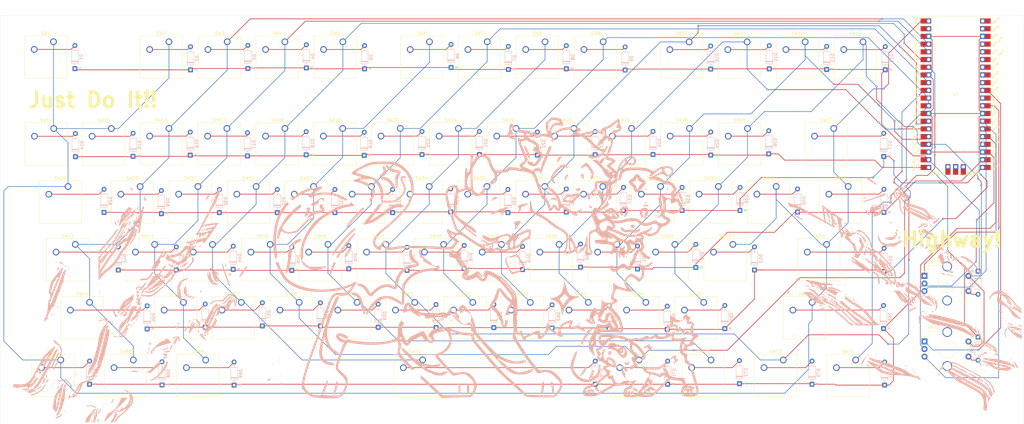
<source format=kicad_pcb>
(kicad_pcb (version 20241229) (generator "pcbnew") (generator_version "9.0")
  (layers (0 "F.Cu" signal) (2 "B.Cu" signal) (13 "F.Paste" user) (15 "B.Paste" user) (5 "F.SilkS" user "F.Silkscreen") (7 "B.SilkS" user "B.Silkscreen") (1 "F.Mask" user) (3 "B.Mask" user) (25 "Edge.Cuts" user))
  (net 0 "")
  (net 1 "row1")
  (net 2 "row2")
  (net 3 "row3")
  (net 4 "row4")
  (net 5 "row5")
  (net 6 "row6")
  (net 7 "col1")
  (net 8 "col3")
  (net 9 "col4")
  (net 10 "col5")
  (net 11 "col6")
  (net 12 "col7")
  (net 13 "col8")
  (net 14 "col9")
  (net 15 "col10")
  (net 16 "col11")
  (net 17 "col12")
  (net 18 "col13")
  (net 19 "re1")
  (net 20 "re2")
  (net 21 "re3")
  (net 22 "re4")
  (net 35 "GND")
  (net 36 "Net-(D1-A)")
  (net 37 "Net-(D2-A)")
  (net 38 "Net-(D3-A)")
  (net 39 "Net-(D4-A)")
  (net 40 "Net-(D5-A)")
  (net 41 "Net-(D6-A)")
  (net 42 "Net-(D7-A)")
  (net 43 "Net-(D8-A)")
  (net 44 "Net-(D9-A)")
  (net 45 "Net-(D10-A)")
  (net 46 "Net-(D11-A)")
  (net 47 "Net-(D12-A)")
  (net 48 "Net-(D13-A)")
  (net 49 "Net-(D14-A)")
  (net 50 "Net-(D15-A)")
  (net 51 "Net-(D16-A)")
  (net 52 "Net-(D17-A)")
  (net 53 "Net-(D18-A)")
  (net 54 "Net-(D19-A)")
  (net 55 "Net-(D20-A)")
  (net 56 "Net-(D21-A)")
  (net 57 "Net-(D22-A)")
  (net 58 "Net-(D23-A)")
  (net 59 "Net-(D24-A)")
  (net 60 "Net-(D25-A)")
  (net 61 "Net-(D26-A)")
  (net 62 "Net-(D27-A)")
  (net 63 "Net-(D28-A)")
  (net 64 "Net-(D29-A)")
  (net 65 "Net-(D30-A)")
  (net 66 "Net-(D31-A)")
  (net 67 "Net-(D32-A)")
  (net 68 "Net-(D33-A)")
  (net 69 "Net-(D34-A)")
  (net 70 "Net-(D35-A)")
  (net 71 "Net-(D36-A)")
  (net 72 "Net-(D37-A)")
  (net 73 "Net-(D38-A)")
  (net 74 "Net-(D39-A)")
  (net 75 "Net-(D40-A)")
  (net 76 "Net-(D41-A)")
  (net 77 "Net-(D42-A)")
  (net 78 "Net-(D43-A)")
  (net 79 "Net-(D44-A)")
  (net 80 "Net-(D45-A)")
  (net 81 "Net-(D46-A)")
  (net 82 "Net-(D47-A)")
  (net 83 "Net-(D48-A)")
  (net 84 "Net-(D49-A)")
  (net 85 "Net-(D50-A)")
  (net 86 "Net-(D51-A)")
  (net 87 "Net-(D52-A)")
  (net 88 "Net-(D53-A)")
  (net 89 "Net-(D54-A)")
  (net 90 "Net-(D55-A)")
  (net 91 "Net-(D56-A)")
  (net 92 "Net-(D57-A)")
  (net 93 "Net-(D58-A)")
  (net 94 "Net-(D59-A)")
  (net 95 "Net-(D60-A)")
  (net 96 "Net-(D61-A)")
  (net 97 "Net-(D62-A)")
  (net 98 "Net-(D63-A)")
  (net 99 "Net-(D64-A)")
  (net 100 "Net-(D65-A)")
  (net 101 "Net-(D66-A)")
  (net 102 "Net-(D67-A)")
  (net 103 "Net-(D68-A)")
  (net 104 "Net-(D69-A)")
  (net 105 "Net-(D70-A)")
  (net 106 "Net-(D71-A)")
  (net 107 "Net-(D72-A)")
  (net 108 "Net-(D73-A)")
  (net 109 "Net-(D74-A)")
  (net 110 "Net-(D75-A)")
  (net 111 "Net-(D76-A)")
  (net 112 "col2")
  (footprint "Button_Switch_Keyboard:SW_Cherry_MX_1.00u_PCB" (layer "F.Cu") (at 320.225 246.275)
    (property "Reference" "SW38")
    (property "Value" "SW_Push")
  )
  (footprint "Button_Switch_Keyboard:SW_Cherry_MX_1.25u_PCB" (layer "F.Cu") (at 336.85 303.45)
    (property "Reference" "SW72")
    (property "Value" "SW_Push")
  )
  (footprint "Button_Switch_Keyboard:SW_Cherry_MX_1.00u_PCB" (layer "F.Cu") (at 163 284.47)
    (property "Reference" "SW56")
    (property "Value" "SW_Push")
  )
  (footprint "Button_Switch_Keyboard:SW_Cherry_MX_1.00u_PCB" (layer "F.Cu") (at 234.45 227.15)
    (property "Reference" "SW20")
    (property "Value" "SW_Push")
  )
  (footprint "Button_Switch_Keyboard:SW_Cherry_MX_6.25u_PCB" (layer "F.Cu") (at 241.825 303.45)
    (property "Reference" "SW70")
    (property "Value" "SW_Push")
  )
  (footprint "Button_Switch_Keyboard:SW_Cherry_MX_1.25u_PCB" (layer "F.Cu") (at 360.675 303.45)
    (property "Reference" "SW73")
    (property "Value" "SW_Push")
  )
  (footprint "Button_Switch_Keyboard:SW_Cherry_MX_1.00u_PCB" (layer "F.Cu") (at 158.225 227.15)
    (property "Reference" "SW16")
    (property "Value" "SW_Push")
  )
  (footprint "Button_Switch_Keyboard:SW_Cherry_MX_1.00u_PCB" (layer "F.Cu") (at 315.375 284.47)
    (property "Reference" "SW64")
    (property "Value" "SW_Push")
  )
  (footprint "Button_Switch_Keyboard:SW_Cherry_MX_1.00u_PCB" (layer "F.Cu") (at 201.15 284.47)
    (property "Reference" "SW58")
    (property "Value" "SW_Push")
  )
  (footprint "Button_Switch_Keyboard:SW_Cherry_MX_1.00u_PCB" (layer "F.Cu") (at 167.775 246.275)
    (property "Reference" "SW30")
    (property "Value" "SW_Push")
  )
  (footprint "Button_Switch_Keyboard:SW_Cherry_MX_1.00u_PCB" (layer "F.Cu") (at 348.87 227.16)
    (property "Reference" "SW26")
    (property "Value" "SW_Push")
  )
  (footprint "Button_Switch_Keyboard:SW_Cherry_MX_2.75u_PCB" (layer "F.Cu") (at 370.175 284.47)
    (property "Reference" "SW66")
    (property "Value" "SW_Push")
  )
  (footprint "Button_Switch_Keyboard:SW_Cherry_MX_1.00u_PCB" (layer "F.Cu") (at 215.475 227.15)
    (property "Reference" "SW19")
    (property "Value" "SW_Push")
  )
  (footprint "Button_Switch_Keyboard:SW_Cherry_MX_1.00u_PCB" (layer "F.Cu") (at 344.05 265.37)
    (property "Reference" "SW53")
    (property "Value" "SW_Push")
  )
  (footprint "Button_Switch_Keyboard:SW_Cherry_MX_1.00u_PCB" (layer "F.Cu") (at 210.625 265.37)
    (property "Reference" "SW46")
    (property "Value" "SW_Push")
  )
  (footprint "Button_Switch_Keyboard:SW_Cherry_MX_1.00u_PCB" (layer "F.Cu") (at 348.74 198.645)
    (property "Reference" "SW11")
    (property "Value" "SW_Push")
  )
  (footprint "Button_Switch_Keyboard:SW_Cherry_MX_1.00u_PCB" (layer "F.Cu") (at 244.075 198.6)
    (property "Reference" "SW6")
    (property "Value" "SW_Push")
  )
  (footprint "Button_Switch_Keyboard:SW_Cherry_MX_1.00u_PCB" (layer "F.Cu") (at 196.425 227.15)
    (property "Reference" "SW18")
    (property "Value" "SW_Push")
  )
  (footprint "Button_Switch_Keyboard:SW_Cherry_MX_1.00u_PCB" (layer "F.Cu") (at 191.575 265.37)
    (property "Reference" "SW45")
    (property "Value" "SW_Push")
  )
  (footprint "Button_Switch_Keyboard:SW_Cherry_MX_1.00u_PCB" (layer "F.Cu") (at 224.95 246.275)
    (property "Reference" "SW33")
    (property "Value" "SW_Push")
  )
  (footprint "Button_Switch_Keyboard:SW_Cherry_MX_1.00u_PCB" (layer "F.Cu") (at 153.525 265.37)
    (property "Reference" "SW43")
    (property "Value" "SW_Push")
  )
  (footprint "Button_Switch_Keyboard:SW_Cherry_MX_1.00u_PCB" (layer "F.Cu") (at 229.7 265.37)
    (property "Reference" "SW47")
    (property "Value" "SW_Push")
  )
  (footprint "Button_Switch_Keyboard:SW_Cherry_MX_1.00u_PCB" (layer "F.Cu") (at 158.225 198.6)
    (property "Reference" "SW2")
    (property "Value" "SW_Push")
  )
  (footprint "Button_Switch_Keyboard:SW_Cherry_MX_1.25u_PCB" (layer "F.Cu") (at 313.1 303.45)
    (property "Reference" "SW71")
    (property "Value" "SW_Push")
  )
  (footprint "Button_Switch_Keyboard:SW_Cherry_MX_1.00u_PCB" (layer "F.Cu") (at 305.85 265.37)
    (property "Reference" "SW51")
    (property "Value" "SW_Push")
  )
  (footprint "Button_Switch_Keyboard:SW_Cherry_MX_1.75u_PCB" (layer "F.Cu") (at 127.365 265.37)
    (property "Reference" "SW42")
    (property "Value" "SW_Push")
  )
  (footprint "Button_Switch_Keyboard:SW_Cherry_MX_1.00u_PCB" (layer "F.Cu") (at 172.575 265.37)
    (property "Reference" "SW44")
    (property "Value" "SW_Push")
  )
  (footprint "Button_Switch_Keyboard:SW_Cherry_MX_1.00u_PCB" (layer "F.Cu") (at 177.325 227.15)
    (property "Reference" "SW17")
    (property "Value" "SW_Push")
  )
  (footprint "Button_Switch_Keyboard:SW_Cherry_MX_1.00u_PCB" (layer "F.Cu") (at 286.8 265.37)
    (property "Reference" "SW50")
    (property "Value" "SW_Push")
  )
  (footprint "Button_Switch_Keyboard:SW_Cherry_MX_1.25u_PCB" (layer "F.Cu") (at 122.575 303.45)
    (property "Reference" "SW67")
    (property "Value" "SW_Push")
  )
  (footprint "Button_Switch_Keyboard:SW_Cherry_MX_1.00u_PCB" (layer "F.Cu") (at 282.15 198.6)
    (property "Reference" "SW8")
    (property "Value" "SW_Push")
  )
  (footprint "Button_Switch_Keyboard:SW_Cherry_MX_1.00u_PCB" (layer "F.Cu") (at 310.675 227.15)
    (property "Reference" "SW24")
    (property "Value" "SW_Push")
  )
  (footprint "Button_Switch_Keyboard:SW_Cherry_MX_1.00u_PCB" (layer "F.Cu") (at 205.875 246.275)
    (property "Reference" "SW32")
    (property "Value" "SW_Push")
  )
  (footprint "Button_Switch_Keyboard:SW_Cherry_MX_1.00u_PCB" (layer "F.Cu") (at 258.35 284.47)
    (property "Reference" "SW61")
    (property "Value" "SW_Push")
  )
  (footprint "Button_Switch_Keyboard:SW_Cherry_MX_1.00u_PCB" (layer "F.Cu") (at 267.8 265.37)
    (property "Reference" "SW49")
    (property "Value" "SW_Push")
  )
  (footprint "Button_Switch_Keyboard:SW_Cherry_MX_1.00u_PCB" (layer "F.Cu") (at 263.1 198.6)
    (property "Reference" "SW7")
    (property "Value" "SW_Push")
  )
  (footprint "Button_Switch_Keyboard:SW_Cherry_MX_1.00u_PCB" (layer "F.Cu") (at 339.275 246.275)
    (property "Reference" "SW39")
    (property "Value" "SW_Push")
  )
  (footprint "Button_Switch_Keyboard:SW_Cherry_MX_1.00u_PCB" (layer "F.Cu") (at 177.425 198.6)
    (property "Reference" "SW3")
    (property "Value" "SW_Push")
  )
  (footprint "Button_Switch_Keyboard:SW_Cherry_MX_1.00u_PCB" (layer "F.Cu") (at 291.675 227.15)
    (property "Reference" "SW23")
    (property "Value" "SW_Push")
  )
  (footprint "Button_Switch_Keyboard:SW_Cherry_MX_1.00u_PCB" (layer "F.Cu") (at 296.4 284.47)
    (property "Reference" "SW63")
    (property "Value" "SW_Push")
  )
  (footprint "Button_Switch_Keyboard:SW_Cherry_MX_1.00u_PCB" (layer "F.Cu") (at 301.2 246.275)
    (property "Reference" "SW37")
    (property "Value" "SW_Push")
  )
  (footprint "Button_Switch_Keyboard:SW_Cherry_MX_1.00u_PCB" (layer "F.Cu") (at 215.525 198.6)
    (property "Reference" "SW5")
    (property "Value" "SW_Push")
  )
  (footprint "Button_Switch_Keyboard:SW_Cherry_MX_1.00u_PCB" (layer "F.Cu") (at 277.3 284.47)
    (property "Reference" "SW62")
    (property "Value" "SW_Push")
  )
  (footprint "Button_Switch_Keyboard:SW_Cherry_MX_1.00u_PCB" (layer "F.Cu") (at 358.325 246.275)
    (property "Reference" "SW40")
    (property "Value" "SW_Push")
  )
  (footprint "Button_Switch_Keyboard:SW_Cherry_MX_1.00u_PCB" (layer "F.Cu") (at 329.75 227.15)
    (property "Reference" "SW25")
    (property "Value" "SW_Push")
  )
  (footprint "Button_Switch_Keyboard:SW_Cherry_MX_1.00u_PCB" (layer "F.Cu") (at 239.225 284.47)
    (property "Reference" "SW60")
    (property "Value" "SW_Push")
  )
  (footprint "Button_Switch_Keyboard:SW_Cherry_MX_1.00u_PCB" (layer "F.Cu") (at 139.25 227.195)
    (property "Reference" "SW15")
    (property "Value" "SW_Push")
  )
  (footprint "Button_Switch_Keyboard:SW_Cherry_MX_2.00u_PCB" (layer "F.Cu") (at 377.3 227.15)
    (property "Reference" "SW27")
    (property "Value" "SW_Push")
  )
  (footprint "Button_Switch_Keyboard:SW_Cherry_MX_1.50u_PCB" (layer "F.Cu") (at 124.975 246.3)
    (property "Reference" "SW28")
    (property "Value" "SW_Push")
  )
  (footprint "Button_Switch_Keyboard:SW_Cherry_MX_1.00u_PCB" (layer "F.Cu") (at 301.325 198.6)
    (property "Reference" "SW9")
    (property "Value" "SW_Push")
  )
  (footprint "Button_Switch_Keyboard:SW_Cherry_MX_1.00u_PCB" (layer "F.Cu") (at 182.075 284.47)
    (property "Reference" "SW57")
    (property "Value" "SW_Push")
  )
  (footprint "Button_Switch_Keyboard:SW_Cherry_MX_1.00u_PCB" (layer "F.Cu") (at 120.175 198.575)
    (property "Reference" "SW1")
    (property "Value" "SW_Push")
  )
  (footprint "Button_Switch_Keyboard:SW_Cherry_MX_1.00u_PCB" (layer "F.Cu") (at 186.95 246.275)
    (property "Reference" "SW31")
    (property "Value" "SW_Push")
  )
  (footprint "Button_Switch_Keyboard:SW_Cherry_MX_1.00u_PCB" (layer "F.Cu") (at 386.95 198.625)
    (property "Reference" "SW13")
    (property "Value" "SW_Push")
  )
  (footprint "Rotary_Encoder:RotaryEncoder_Alps_EC11E-Switch_Vertical_H20mm_CircularMountingHoles" (layer "F.Cu") (at 407.2 297.35)
    (property "Reference" "SW76")
    (property "Value" "RotaryEncoder_Switch")
  )
  (footprint "Button_Switch_Keyboard:SW_Cherry_MX_1.00u_PCB" (layer "F.Cu") (at 367.875 198.625)
    (property "Reference" "SW12")
    (property "Value" "SW_Push")
  )
  (footprint "Button_Switch_Keyboard:SW_Cherry_MX_1.00u_PCB" (layer "F.Cu") (at 196.42 198.6)
    (property "Reference" "SW4")
    (property "Value" "SW_Push")
  )
  (footprint "Button_Switch_Keyboard:SW_Cherry_MX_1.00u_PCB" (layer "F.Cu") (at 120.26 227.195)
    (property "Reference" "SW14")
    (property "Value" "SW_Push")
  )
  (footprint "Button_Switch_Keyboard:SW_Cherry_MX_1.00u_PCB" (layer "F.Cu") (at 220.225 284.47)
    (property "Reference" "SW59")
    (property "Value" "SW_Push")
  )
  (footprint "Button_Switch_Keyboard:SW_Cherry_MX_1.00u_PCB" (layer "F.Cu") (at 324.95 265.37)
    (property "Reference" "SW52")
    (property "Value" "SW_Push")
  )
  (footprint "Button_Switch_Keyboard:SW_Cherry_MX_1.00u_PCB" (layer "F.Cu") (at 334.45 284.47)
    (property "Reference" "SW65")
    (property "Value" "SW_Push")
  )
  (footprint "Button_Switch_Keyboard:SW_Cherry_MX_1.50u_PCB" (layer "F.Cu") (at 382.05 246.275)
    (property "Reference" "SW41")
    (property "Value" "SW_Push")
  )
  (footprint "Rotary_Encoder:RotaryEncoder_Alps_EC11E-Switch_Vertical_H20mm_CircularMountingHoles" (layer "F.Cu") (at 407.175 275.75)
    (property "Reference" "SW75")
    (property "Value" "RotaryEncoder_Switch")
  )
  (footprint "Button_Switch_Keyboard:SW_Cherry_MX_1.00u_PCB" (layer "F.Cu") (at 329.635 198.645)
    (property "Reference" "SW10")
    (property "Value" "SW_Push")
  )
  (footprint "Button_Switch_Keyboard:SW_Cherry_MX_1.00u_PCB" (layer "F.Cu") (at 272.6 227.15)
    (property "Reference" "SW22")
    (property "Value" "SW_Push")
  )
  (footprint "MCU_RaspberryPi_and_Boards:RPi_Pico_SMD_TH" (layer "F.Cu") (at 417.46 215.88)
    (property "Reference" "U1")
    (property "Value" "Pico")
  )
  (footprint "Button_Switch_Keyboard:SW_Cherry_MX_1.00u_PCB" (layer "F.Cu") (at 263.025 246.275)
    (property "Reference" "SW35")
    (property "Value" "SW_Push")
  )
  (footprint "Button_Switch_Keyboard:SW_Cherry_MX_1.25u_PCB" (layer "F.Cu") (at 146.475 303.45)
    (property "Reference" "SW68")
    (property "Value" "SW_Push")
  )
  (footprint "Button_Switch_Keyboard:SW_Cherry_MX_1.25u_PCB" (layer "F.Cu") (at 384.525 303.45)
    (property "Reference" "SW74")
    (property "Value" "SW_Push")
  )
  (footprint "Button_Switch_Keyboard:SW_Cherry_MX_1.00u_PCB" (layer "F.Cu") (at 282.1 246.275)
    (property "Reference" "SW36")
    (property "Value" "SW_Push")
  )
  (footprint "Button_Switch_Keyboard:SW_Cherry_MX_2.25u_PCB" (layer "F.Cu") (at 374.925 265.37)
    (property "Reference" "SW54")
    (property "Value" "SW_Push")
  )
  (footprint "Button_Switch_Keyboard:SW_Cherry_MX_1.00u_PCB" (layer "F.Cu") (at 148.725 246.3)
    (property "Reference" "SW29")
    (property "Value" "SW_Push")
  )
  (footprint "Button_Switch_Keyboard:SW_Cherry_MX_1.25u_PCB" (layer "F.Cu") (at 170.325 303.45)
    (property "Reference" "SW69")
    (property "Value" "SW_Push")
  )
  (footprint "Button_Switch_Keyboard:SW_Cherry_MX_2.25u_PCB" (layer "F.Cu") (at 132.085 284.47)
    (property "Reference" "SW55")
    (property "Value" "SW_Push")
  )
  (footprint "Button_Switch_Keyboard:SW_Cherry_MX_1.00u_PCB" (layer "F.Cu") (at 248.75 265.37)
    (property "Reference" "SW48")
    (property "Value" "SW_Push")
  )
  (footprint "Button_Switch_Keyboard:SW_Cherry_MX_1.00u_PCB" (layer "F.Cu") (at 244 246.275)
    (property "Reference" "SW34")
    (property "Value" "SW_Push")
  )
  (footprint "Button_Switch_Keyboard:SW_Cherry_MX_1.00u_PCB" (layer "F.Cu") (at 253.6 227.15)
    (property "Reference" "SW21")
    (property "Value" "SW_Push")
  )
  (footprint "Diode_THT:D_DO-35_SOD27_P7.62mm_Horizontal" (layer "B.Cu") (at 374.975 207.725 90)
    (property "Reference" "D12")
    (property "Value" "1N4448")
  )
  (footprint "Diode_THT:D_DO-35_SOD27_P7.62mm_Horizontal" (layer "B.Cu") (at 298.675 235.825 90)
    (property "Reference" "D23")
    (property "Value" "1N4448")
  )
  (footprint "Diode_THT:D_DO-35_SOD27_P7.62mm_Horizontal" (layer "B.Cu") (at 132.075 311.45 90)
    (property "Reference" "D67")
    (property "Value" "1N4448")
  )
  (footprint "Diode_THT:D_DO-35_SOD27_P7.62mm_Horizontal" (layer "B.Cu") (at 236.675 273.925 90)
    (property "Reference" "D47")
    (property "Value" "1N4448")
  )
  (footprint "Diode_THT:D_DO-35_SOD27_P7.62mm_Horizontal" (layer "B.Cu") (at 393.7 293.125 90)
    (property "Reference" "D66")
    (property "Value" "1N4448")
  )
  (footprint "Diode_THT:D_DO-35_SOD27_P7.62mm_Horizontal" (layer "B.Cu") (at 217.475 273.4 90)
    (property "Reference" "D46")
    (property "Value" "1N4448")
  )
  (footprint "Diode_THT:D_DO-35_SOD27_P7.62mm_Horizontal" (layer "B.Cu") (at 293.85 272.875 90)
    (property "Reference" "D50")
    (property "Value" "1N4448")
  )
  (footprint "Diode_THT:D_DO-35_SOD27_P7.62mm_Horizontal" (layer "B.Cu") (at 308 254.2 90)
    (property "Reference" "D37")
    (property "Value" "1N4448")
  )
  (footprint "Diode_THT:D_DO-35_SOD27_P7.62mm_Horizontal" (layer "B.Cu") (at 303.275 293.125 90)
    (property "Reference" "D63")
    (property "Value" "1N4448")
  )
  (footprint "Diode_THT:D_DO-35_SOD27_P7.62mm_Horizontal" (layer "B.Cu") (at 260.525 235.775 90)
    (property "Reference" "D21")
    (property "Value" "1N4448")
  )
  (footprint "Diode_THT:D_DO-35_SOD27_P7.62mm_Horizontal" (layer "B.Cu") (at 355.875 235.525 90)
    (property "Reference" "D26")
    (property "Value" "1N4448")
  )
  (footprint "Diode_THT:D_DO-35_SOD27_P7.62mm_Horizontal" (layer "B.Cu") (at 203.5 207.2 90)
    (property "Reference" "D4")
    (property "Value" "1N4448")
  )
  (footprint "Diode_THT:D_DO-35_SOD27_P7.62mm_Horizontal" (layer "B.Cu") (at 393.775 236.4 90)
    (property "Reference" "D27")
    (property "Value" "1N4448")
  )
  (footprint "Diode_THT:D_DO-35_SOD27_P7.62mm_Horizontal" (layer "B.Cu") (at 151.05 293.225 90)
    (property "Reference" "D55")
    (property "Value" "1N4448")
  )
  (footprint "Diode_THT:D_DO-35_SOD27_P7.62mm_Horizontal" (layer "B.Cu") (at 127.4 236.475 90)
    (property "Reference" "D14")
    (property "Value" "1N4448")
  )
  (footprint "Diode_THT:D_DO-35_SOD27_P7.62mm_Horizontal" (layer "B.Cu") (at 231.95 254.9 90)
    (property "Reference" "D33")
    (property "Value" "1N4448")
  )
  (footprint "Diode_THT:D_DO-35_SOD27_P7.62mm_Horizontal" (layer "B.Cu") (at 346.425 254.2 90)
    (property "Reference" "D39")
    (property "Value" "1N4448")
  )
  (footprint "Diode_THT:D_DO-35_SOD27_P7.62mm_Horizontal" (layer "B.Cu") (at 317.725 235.75 90)
    (property "Reference" "D24")
    (property "Value" "1N4448")
  )
  (footprint "LOGO" (layer "B.Cu") (at 148.395666 281.543961 90)
    (property "Reference" "G***")
    (property "Value" "LOGO" (hide yes))
  )
  (footprint "Diode_THT:D_DO-35_SOD27_P7.62mm_Horizontal" (layer "B.Cu") (at 393.85 254.825 90)
    (property "Reference" "D41")
    (property "Value" "1N4448")
  )
  (footprint "Diode_THT:D_DO-35_SOD27_P7.62mm_Horizontal" (layer "B.Cu") (at 208.15 292.225 90)
    (property "Reference" "D58")
    (property "Value" "1N4448")
  )
  (footprint "Diode_THT:D_DO-35_SOD27_P7.62mm_Horizontal" (layer "B.Cu") (at 289.15 254.725 90)
    (property "Reference" "D36")
    (property "Value" "1N4448")
  )
  (footprint "Diode_THT:D_DO-35_SOD27_P7.62mm_Horizontal" (layer "B.Cu") (at 424.85 295.9 -90)
    (property "Reference" "D76")
    (property "Value" "1N4448")
  )
  (footprint "Diode_THT:D_DO-35_SOD27_P7.62mm_Horizontal" (layer "B.Cu") (at 227.175 292.675 90)
    (property "Reference" "D59")
    (property "Value" "1N4448")
  )
  (footprint "Diode_THT:D_DO-35_SOD27_P7.62mm_Horizontal" (layer "B.Cu") (at 246.25 292.8 90)
    (property "Reference" "D60")
    (property "Value" "1N4448")
  )
  (footprint "Diode_THT:D_DO-35_SOD27_P7.62mm_Horizontal" (layer "B.Cu") (at 424.85 274.2 -90)
    (property "Reference" "D75")
    (property "Value" "1N4448")
  )
  (footprint "Diode_THT:D_DO-35_SOD27_P7.62mm_Horizontal" (layer "B.Cu") (at 270.075 207.725 90)
    (property "Reference" "D7")
    (property "Value" "1N4448")
  )
  (footprint "Diode_THT:D_DO-35_SOD27_P7.62mm_Horizontal" (layer "B.Cu") (at 165.25 235.975 90)
    (property "Reference" "D16")
    (property "Value" "1N4448")
  )
  (footprint "Diode_THT:D_DO-35_SOD27_P7.62mm_Horizontal" (layer "B.Cu") (at 222.575 236.025 90)
    (property "Reference" "D19")
    (property "Value" "1N4448")
  )
  (footprint "Diode_THT:D_DO-35_SOD27_P7.62mm_Horizontal" (layer "B.Cu") (at 308.55 207.925 90)
    (property "Reference" "D9")
    (property "Value" "1N4448")
  )
  (footprint "Diode_THT:D_DO-35_SOD27_P7.62mm_Horizontal" (layer "B.Cu") (at 341.4 293.125 90)
    (property "Reference" "D65")
    (property "Value" "1N4448")
  )
  (footprint "Diode_THT:D_DO-35_SOD27_P7.62mm_Horizontal" (layer "B.Cu") (at 370.15 311.45 90)
    (property "Reference" "D73")
    (property "Value" "1N4448")
  )
  (footprint "Diode_THT:D_DO-35_SOD27_P7.62mm_Horizontal" (layer "B.Cu") (at 274.75 273.675 90)
    (property "Reference" "D49")
    (property "Value" "1N4448")
  )
  (footprint "Diode_THT:D_DO-35_SOD27_P7.62mm_Horizontal" (layer "B.Cu") (at 394.075 311.75 90)
    (property "Reference" "D74")
    (property "Value" "1N4448")
  )
  (footprint "Diode_THT:D_DO-35_SOD27_P7.62mm_Horizontal" (layer "B.Cu") (at 312.625 273.5 90)
    (property "Reference" "D51")
    (property "Value" "1N4448")
  )
  (footprint "Diode_THT:D_DO-35_SOD27_P7.62mm_Horizontal" (layer "B.Cu") (at 241.6 235.775 90)
    (property "Reference" "D20")
    (property "Value" "1N4448")
  )
  (footprint "Diode_THT:D_DO-35_SOD27_P7.62mm_Horizontal" (layer "B.Cu") (at 351.175 273.81 90)
    (property "Reference" "D53")
    (property "Value" "1N4448")
  )
  (footprint "Diode_THT:D_DO-35_SOD27_P7.62mm_Horizontal" (layer "B.Cu") (at 322.575 311.45 90)
    (property "Reference" "D71")
    (property "Value" "1N4448")
  )
  (footprint "Diode_THT:D_DO-35_SOD27_P7.62mm_Horizontal" (layer "B.Cu") (at 393.9 274.275 90)
    (property "Reference" "D54")
    (property "Value" "1N4448")
  )
  (footprint "Diode_THT:D_DO-35_SOD27_P7.62mm_Horizontal" (layer "B.Cu") (at 365.375 254.725 90)
    (property "Reference" "D40")
    (property "Value" "1N4448")
  )
  (footprint "Diode_THT:D_DO-35_SOD27_P7.62mm_Horizontal" (layer "B.Cu") (at 179.7 311.75 90)
    (property "Reference" "D69")
    (property "Value" "1N4448")
  )
  (footprint "Diode_THT:D_DO-35_SOD27_P7.62mm_Horizontal" (layer "B.Cu") (at 356.05 207.5 90)
    (property "Reference" "D11")
    (property "Value" "1N4448")
  )
  (footprint "LOGO" (layer "B.Cu") (at 262.745081 266.091162 180)
    (property "Reference" "G***")
    (property "Value" "LOGO" (hide yes))
  )
  (footprint "Diode_THT:D_DO-35_SOD27_P7.62mm_Horizontal" (layer "B.Cu") (at 155.925 311.675 90)
    (property "Reference" "D68")
    (property "Value" "1N4448")
  )
  (footprint "Diode_THT:D_DO-35_SOD27_P7.62mm_Horizontal" (layer "B.Cu") (at 184.225 207.4 90)
    (property "Reference" "D3")
    (property "Value" "1N4448")
  )
  (footprint "Diode_THT:D_DO-35_SOD27_P7.62mm_Horizontal" (layer "B.Cu") (at 203.45 235.85 90)
    (property "Reference" "D18")
    (property "Value" "1N4448")
  )
  (footprint "Diode_THT:D_DO-35_SOD27_P7.62mm_Horizontal" (layer "B.Cu") (at 394.275 207.825 90)
    (property "Reference" "D13")
    (property "Value" "1N4448")
  )
  (footprint "Diode_THT:D_DO-35_SOD27_P7.62mm_Horizontal" (layer "B.Cu") (at 336.775 235.95 90)
    (property "Reference" "D25")
    (property "Value" "1N4448")
  )
  (footprint "Diode_THT:D_DO-35_SOD27_P7.62mm_Horizontal" (layer "B.Cu") (at 193.925 254.9 90)
    (property "Reference" "D31")
    (property "Value" "1N4448")
  )
  (footprint "Diode_THT:D_DO-35_SOD27_P7.62mm_Horizontal" (layer "B.Cu") (at 155.725 255.25 90)
    (property "Reference" "D29")
    (property "Value" "1N4448")
  )
  (footprint "Diode_THT:D_DO-35_SOD27_P7.62mm_Horizontal" (layer "B.Cu") (at 165.35 207.85 90)
    (property "Reference" "D2")
    (property "Value" "1N4448")
  )
  (footprint "Diode_THT:D_DO-35_SOD27_P7.62mm_Horizontal" (layer "B.Cu") (at 279.625 235.95 90)
    (property "Reference" "D22")
    (property "Value" "1N4448")
  )
  (footprint "Diode_THT:D_DO-35_SOD27_P7.62mm_Horizontal" (layer "B.Cu") (at 284.475 292.9 90)
    (property "Reference" "D62")
    (property "Value" "1N4448")
  )
  (footprint "Diode_THT:D_DO-35_SOD27_P7.62mm_Horizontal" (layer "B.Cu") (at 184.1 236.2 90)
    (property "Reference" "D17")
    (property "Value" "1N4448")
  )
  (footprint "Diode_THT:D_DO-35_SOD27_P7.62mm_Horizontal" (layer "B.Cu") (at 141.525 273.825 90)
    (property "Reference" "D42")
    (property "Value" "1N4448")
  )
  (footprint "Diode_THT:D_DO-35_SOD27_P7.62mm_Horizontal" (layer "B.Cu") (at 170.175 292.65 90)
    (property "Reference" "D56")
    (property "Value" "1N4448")
  )
  (footprint "Diode_THT:D_DO-35_SOD27_P7.62mm_Horizontal" (layer "B.Cu") (at 127.225 207.465 90)
    (property "Reference" "D1")
    (property "Value" "1N4448")
  )
  (footprint "Diode_THT:D_DO-35_SOD27_P7.62mm_Horizontal" (layer "B.Cu") (at 136.85 254.825 90)
    (property "Reference" "D28")
    (property "Value" "1N4448")
  )
  (footprint "Diode_THT:D_DO-35_SOD27_P7.62mm_Horizontal" (layer "B.Cu") (at 160.65 273.825 90)
    (property "Reference" "D43")
    (property "Value" "1N4448")
  )
  (footprint "Diode_THT:D_DO-35_SOD27_P7.62mm_Horizontal" (layer "B.Cu") (at 327.325 254.2 90)
    (property "Reference" "D38")
    (property "Value" "1N4448")
  )
  (footprint "Diode_THT:D_DO-35_SOD27_P7.62mm_Horizontal" (layer "B.Cu") (at 146.4 236.35 90)
    (property "Reference" "D15")
    (property "Value" "1N4448")
  )
  (footprint "Diode_THT:D_DO-35_SOD27_P7.62mm_Horizontal" (layer "B.Cu") (at 298.7 311.45 90)
    (property "Reference" "D70")
    (property "Value" "1N4448")
  )
  (footprint "Diode_THT:D_DO-35_SOD27_P7.62mm_Horizontal" (layer "B.Cu") (at 331.85 272.975 90)
    (property "Reference" "D52")
    (property "Value" "1N4448")
  )
  (footprint "Diode_THT:D_DO-35_SOD27_P7.62mm_Horizontal" (layer "B.Cu") (at 179.4 273.575 90)
    (property "Reference" "D44")
    (property "Value" "1N4448")
  )
  (footprint "Diode_THT:D_DO-35_SOD27_P7.62mm_Horizontal" (layer "B.Cu") (at 265.275 292.8 90)
    (property "Reference" "D61")
    (property "Value" "1N4448")
  )
  (footprint "Diode_THT:D_DO-35_SOD27_P7.62mm_Horizontal" (layer "B.Cu") (at 346.225 311.275 90)
    (property "Reference" "D72")
    (property "Value" "1N4448")
  )
  (footprint "Diode_THT:D_DO-35_SOD27_P7.62mm_Horizontal" (layer "B.Cu") (at 174.85 254.9 90)
    (property "Reference" "D30")
    (property "Value" "1N4448")
  )
  (footprint "Diode_THT:D_DO-35_SOD27_P7.62mm_Horizontal" (layer "B.Cu") (at 222.7 207.5 90)
    (property "Reference" "D5")
    (property "Value" "1N4448")
  )
  (footprint "Diode_THT:D_DO-35_SOD27_P7.62mm_Horizontal" (layer "B.Cu") (at 212.9 254.9 90)
    (property "Reference" "D32")
    (property "Value" "1N4448")
  )
  (footprint "Diode_THT:D_DO-35_SOD27_P7.62mm_Horizontal" (layer "B.Cu") (at 289.175 207.5 90)
    (property "Reference" "D8")
    (property "Value" "1N4448")
  )
  (footprint "Diode_THT:D_DO-35_SOD27_P7.62mm_Horizontal" (layer "B.Cu") (at 322.425 293.35 90)
    (property "Reference" "D64")
    (property "Value" "1N4448")
  )
  (footprint "Diode_THT:D_DO-35_SOD27_P7.62mm_Horizontal" (layer "B.Cu") (at 269.925 254.9 90)
    (property "Reference" "D35")
    (property "Value" "1N4448")
  )
  (footprint "Diode_THT:D_DO-35_SOD27_P7.62mm_Horizontal" (layer "B.Cu") (at 198.7 273.925 90)
    (property "Reference" "D45")
    (property "Value" "1N4448")
  )
  (footprint "LOGO" (layer "B.Cu") (at 396.775 278.65 180)
    (property "Reference" "G***")
    (property "Value" "LOGO" (hide yes))
  )
  (footprint "Diode_THT:D_DO-35_SOD27_P7.62mm_Horizontal" (layer "B.Cu") (at 189 292.225 90)
    (property "Reference" "D57")
    (property "Value" "1N4448")
  )
  (footprint "Diode_THT:D_DO-35_SOD27_P7.62mm_Horizontal" (layer "B.Cu") (at 251.075 254.65 90)
    (property "Reference" "D34")
    (property "Value" "1N4448")
  )
  (footprint "Diode_THT:D_DO-35_SOD27_P7.62mm_Horizontal" (layer "B.Cu") (at 251.2 207.075 90)
    (property "Reference" "D6")
    (property "Value" "1N4448")
  )
  (footprint "Diode_THT:D_DO-35_SOD27_P7.62mm_Horizontal" (layer "B.Cu") (at 336.75 207.6 90)
    (property "Reference" "D10")
    (property "Value" "1N4448")
  )
  (footprint "Diode_THT:D_DO-35_SOD27_P7.62mm_Horizontal" (layer "B.Cu") (at 255.525 273.325 90)
    (property "Reference" "D48")
    (property "Value" "1N4448")
  )
  (gr_rect (start 102.575 189.85) (end 439.975 324.625) (stroke (width 0.05)) (fill no) (layer "Edge.Cuts"))
  (gr_text "Highway!" (at 399.2 266.675 0) (layer "F.SilkS") (effects (font (size 5 5) (thickness 1) (bold yes)) (justify left bottom)))
  (gr_text "Just Do It!!" (at 111.35 220.725 0) (layer "F.SilkS") (effects (font (size 5 5) (thickness 1) (bold yes)) (justify left bottom)))
  (segment (start 393.099 225.824) (end 403.475 236.2) (width 0.2) (layer "F.Cu") (net 1))
  (segment (start 223.125 207.075) (end 222.7 207.5) (width 0.2) (layer "F.Cu") (net 1))
  (segment (start 356.05 207.5) (end 336.85 207.5) (width 0.2) (layer "F.Cu") (net 1))
  (segment (start 184.225 207.4) (end 165.8 207.4) (width 0.2) (layer "F.Cu") (net 1))
  (segment (start 251.2 207.075) (end 223.125 207.075) (width 0.2) (layer "F.Cu") (net 1))
  (segment (start 407.3 236.2) (end 408.57 237.47) (width 0.2) (layer "F.Cu") (net 1))
  (segment (start 336.85 207.5) (end 336.75 207.6) (width 0.2) (layer "F.Cu") (net 1))
  (segment (start 270.075 207.725) (end 251.85 207.725) (width 0.2) (layer "F.Cu") (net 1))
  (segment (start 374.975 207.725) (end 394.175 207.725) (width 0.2) (layer "F.Cu") (net 1))
  (segment (start 356.05 207.5) (end 374.75 207.5) (width 0.2) (layer "F.Cu") (net 1))
  (segment (start 289.175 207.5) (end 270.3 207.5) (width 0.2) (layer "F.Cu") (net 1))
  (segment (start 393.099 209.001) (end 393.099 225.824) (width 0.2) (layer "F.Cu") (net 1))
  (segment (start 336.75 207.6) (end 308.875 207.6) (width 0.2) (layer "F.Cu") (net 1))
  (segment (start 403.475 236.2) (end 407.3 236.2) (width 0.2) (layer "F.Cu") (net 1))
  (segment (start 222.7 207.5) (end 203.8 207.5) (width 0.2) (layer "F.Cu") (net 1))
  (segment (start 289.6 207.925) (end 289.175 207.5) (width 0.2) (layer "F.Cu") (net 1))
  (segment (start 251.85 207.725) (end 251.2 207.075) (width 0.2) (layer "F.Cu") (net 1))
  (segment (start 394.275 207.825) (end 393.099 209.001) (width 0.2) (layer "F.Cu") (net 1))
  (segment (start 184.425 207.2) (end 184.225 207.4) (width 0.2) (layer "F.Cu") (net 1))
  (segment (start 203.5 207.2) (end 184.425 207.2) (width 0.2) (layer "F.Cu") (net 1))
  (segment (start 165.35 207.85) (end 127.61 207.85) (width 0.2) (layer "F.Cu") (net 1))
  (segment (start 308.55 207.925) (end 289.6 207.925) (width 0.2) (layer "F.Cu") (net 1))
  (segment (start 127.61 207.85) (end 127.225 207.465) (width 0.2) (layer "F.Cu") (net 1))
  (segment (start 165.8 207.4) (end 165.35 207.85) (width 0.2) (layer "F.Cu") (net 1))
  (segment (start 203.8 207.5) (end 203.5 207.2) (width 0.2) (layer "F.Cu") (net 1))
  (segment (start 308.875 207.6) (end 308.55 207.925) (width 0.2) (layer "F.Cu") (net 1))
  (segment (start 374.75 207.5) (end 374.975 207.725) (width 0.2) (layer "F.Cu") (net 1))
  (segment (start 394.175 207.725) (end 394.275 207.825) (width 0.2) (layer "F.Cu") (net 1))
  (segment (start 270.3 207.5) (end 270.075 207.725) (width 0.2) (layer "F.Cu") (net 1))
  (segment (start 424.85 274.2) (end 425.261 273.789) (width 0.2) (layer "B.Cu") (net 1))
  (segment (start 425.261 273.789) (end 425.261 254.161) (width 0.2) (layer "B.Cu") (net 1))
  (segment (start 425.261 254.161) (end 408.57 237.47) (width 0.2) (layer "B.Cu") (net 1))
  (segment (start 222.575 236.025) (end 223.025 236.025) (width 0.2) (layer "F.Cu") (net 2))
  (segment (start 146.4 236.35) (end 164.875 236.35) (width 0.2) (layer "F.Cu") (net 2))
  (segment (start 184.1 236.2) (end 165.475 236.2) (width 0.2) (layer "F.Cu") (net 2))
  (segment (start 336.775 235.95) (end 355.45 235.95) (width 0.2) (layer "F.Cu") (net 2))
  (segment (start 298.675 235.825) (end 317.65 235.825) (width 0.2) (layer "F.Cu") (net 2))
  (segment (start 165.475 236.2) (end 165.25 235.975) (width 0.2) (layer "F.Cu") (net 2))
  (segment (start 424.85 295.9) (end 420.374 291.424) (width 0.2) (layer "F.Cu") (net 2))
  (segment (start 336.575 235.75) (end 336.775 235.95) (width 0.2) (layer "F.Cu") (net 2))
  (segment (start 393.19 240.01) (end 408.57 240.01) (width 0.2) (layer "F.Cu") (net 2))
  (segment (start 127.4 236.475) (end 146.275 236.475) (width 0.2) (layer "F.Cu") (net 2))
  (segment (start 146.275 236.475) (end 146.4 236.35) (width 0.2) (layer "F.Cu") (net 2))
  (segment (start 361.1 237.6) (end 390.78 237.6) (width 0.2) (layer "F.Cu") (net 2))
  (segment (start 203.1 236.2) (end 203.45 235.85) (width 0.2) (layer "F.Cu") (net 2))
  (segment (start 184.1 236.2) (end 203.1 236.2) (width 0.2) (layer "F.Cu") (net 2))
  (segment (start 203.625 236.025) (end 203.45 235.85) (width 0.2) (layer "F.Cu") (net 2))
  (segment (start 241.6 235.775) (end 260.525 235.775) (width 0.2) (layer "F.Cu") (net 2))
  (segment (start 164.875 236.35) (end 165.25 235.975) (width 0.2) (layer "F.Cu") (net 2))
  (segment (start 355.875 235.525) (end 359.025 235.525) (width 0.2) (layer "F.Cu") (net 2))
  (segment (start 260.525 235.775) (end 279.45 235.775) (width 0.2) (layer "F.Cu") (net 2))
  (segment (start 420.374 272.949) (end 414.825 267.4) (width 0.2) (layer "F.Cu") (net 2))
  (segment (start 420.374 291.424) (end 420.374 272.949) (width 0.2) (layer "F.Cu") (net 2))
  (segment (start 298.55 235.95) (end 298.675 235.825) (width 0.2) (layer "F.Cu") (net 2))
  (segment (start 317.65 235.825) (end 317.725 235.75) (width 0.2) (layer "F.Cu") (net 2))
  (segment (start 279.625 235.95) (end 298.55 235.95) (width 0.2) (layer "F.Cu") (net 2))
  (segment (start 390.78 237.6) (end 393.19 240.01) (width 0.2) (layer "F.Cu") (net 2))
  (segment (start 317.725 235.75) (end 336.575 235.75) (width 0.2) (layer "F.Cu") (net 2))
  (segment (start 223.275 235.775) (end 241.6 235.775) (width 0.2) (layer "F.Cu") (net 2))
  (segment (start 223.025 236.025) (end 223.275 235.775) (width 0.2) (layer "F.Cu") (net 2))
  (segment (start 279.45 235.775) (end 279.625 235.95) (width 0.2) (layer "F.Cu") (net 2))
  (segment (start 359.025 235.525) (end 361.1 237.6) (width 0.2) (layer "F.Cu") (net 2))
  (segment (start 222.575 236.025) (end 203.625 236.025) (width 0.2) (layer "F.Cu") (net 2))
  (segment (start 355.45 235.95) (end 355.875 235.525) (width 0.2) (layer "F.Cu") (net 2))
  (via (at 414.825 267.4) (size 0.6) (drill 0.3) (layers "F.Cu" "B.Cu") (net 2))
  (segment (start 414.825 246.265) (end 408.57 240.01) (width 0.2) (layer "B.Cu") (net 2))
  (segment (start 414.825 267.4) (end 414.825 246.265) (width 0.2) (layer "B.Cu") (net 2))
  (segment (start 412.225 245.075) (end 421.285 245.075) (width 0.2) (layer "F.Cu") (net 3))
  (segment (start 174.85 254.9) (end 156.075 254.9) (width 0.2) (layer "F.Cu") (net 3))
  (segment (start 251.075 254.65) (end 232.2 254.65) (width 0.2) (layer "F.Cu") (net 3))
  (segment (start 346.425 250.35) (end 351.7 245.075) (width 0.2) (layer "F.Cu") (net 3))
  (segment (start 212.9 254.9) (end 231.95 254.9) (width 0.2) (layer "F.Cu") (net 3))
  (segment (start 308 254.2) (end 327.325 254.2) (width 0.2) (layer "F.Cu") (net 3))
  (segment (start 155.3 254.825) (end 155.725 255.25) (width 0.2) (layer "F.Cu") (net 3))
  (segment (start 307.475 254.725) (end 308 254.2) (width 0.2) (layer "F.Cu") (net 3))
  (segment (start 156.075 254.9) (end 155.725 255.25) (width 0.2) (layer "F.Cu") (net 3))
  (segment (start 395.675 236.4) (end 397.1 237.825) (width 0.2) (layer "F.Cu") (net 3))
  (segment (start 174.85 254.9) (end 193.925 254.9) (width 0.2) (layer "F.Cu") (net 3))
  (segment (start 421.285 245.075) (end 426.35 240.01) (width 0.2) (layer "F.Cu") (net 3))
  (segment (start 327.325 254.2) (end 346.425 254.2) (width 0.2) (layer "F.Cu") (net 3))
  (segment (start 353.425 243.35) (end 390.225 243.35) (width 0.2) (layer "F.Cu") (net 3))
  (segment (start 346.425 254.2) (end 346.425 250.35) (width 0.2) (layer "F.Cu") (net 3))
  (segment (start 351.7 245.075) (end 353.425 243.35) (width 0.2) (layer "F.Cu") (net 3))
  (segment (start 269.925 254.9) (end 288.975 254.9) (width 0.2) (layer "F.Cu") (net 3))
  (segment (start 136.85 254.825) (end 155.3 254.825) (width 0.2) (layer "F.Cu") (net 3))
  (segment (start 193.925 254.9) (end 212.9 254.9) (width 0.2) (layer "F.Cu") (net 3))
  (segment (start 289.15 254.725) (end 307.475 254.725) (width 0.2) (layer "F.Cu") (net 3))
  (segment (start 393.775 236.4) (end 395.675 236.4) (width 0.2) (layer "F.Cu") (net 3))
  (segment (start 288.975 254.9) (end 289.15 254.725) (width 0.2) (layer "F.Cu") (net 3))
  (segment (start 232.2 254.65) (end 231.95 254.9) (width 0.2) (layer "F.Cu") (net 3))
  (segment (start 269.675 254.65) (end 269.925 254.9) (width 0.2) (layer "F.Cu") (net 3))
  (segment (start 251.075 254.65) (end 269.675 254.65) (width 0.2) (layer "F.Cu") (net 3))
  (via (at 412.225 245.075) (size 0.6) (drill 0.3) (layers "F.Cu" "B.Cu") (net 3))
  (via (at 390.225 243.35) (size 0.6) (drill 0.3) (layers "F.Cu" "B.Cu") (net 3))
  (via (at 397.1 237.825) (size 0.6) (drill 0.3) (layers "F.Cu" "B.Cu") (net 3))
  (segment (start 390.225 243.35) (end 393.775 239.8) (width 0.2) (layer "B.Cu") (net 3))
  (segment (start 393.775 239.8) (end 393.775 236.4) (width 0.2) (layer "B.Cu") (net 3))
  (segment (start 399.05 244.45) (end 399.7 245.1) (width 0.2) (layer "B.Cu") (net 3))
  (segment (start 397.1 242.5) (end 399.05 244.45) (width 0.2) (layer "B.Cu") (net 3))
  (segment (start 397.1 237.825) (end 397.1 242.5) (width 0.2) (layer "B.Cu") (net 3))
  (segment (start 399.7 245.1) (end 412.225 245.1) (width 0.2) (layer "B.Cu") (net 3))
  (segment (start 216.95 273.925) (end 217.475 273.4) (width 0.2) (layer "F.Cu") (net 4))
  (segment (start 179.4 273.575) (end 179.525 273.575) (width 0.2) (layer "F.Cu") (net 4))
  (segment (start 254.925 273.925) (end 255.525 273.325) (width 0.2) (layer "F.Cu") (net 4))
  (segment (start 312 272.875) (end 312.625 273.5) (width 0.2) (layer "F.Cu") (net 4))
  (segment (start 236.675 273.925) (end 254.925 273.925) (width 0.2) (layer "F.Cu") (net 4))
  (segment (start 160.65 273.825) (end 179.15 273.825) (width 0.2) (layer "F.Cu") (net 4))
  (segment (start 274.75 273.675) (end 293.05 273.675) (width 0.2) (layer "F.Cu") (net 4))
  (segment (start 342.253686 261.375) (end 357.8 261.375) (width 0.2) (layer "F.Cu") (net 4))
  (segment (start 393.85 254.825) (end 365.475 254.825) (width 0.2) (layer "F.Cu") (net 4))
  (segment (start 317.95 272.975) (end 331.85 272.975) (width 0.2) (layer "F.Cu") (net 4))
  (segment (start 364.45 254.725) (end 365.375 254.725) (width 0.2) (layer "F.Cu") (net 4))
  (segment (start 179.525 273.575) (end 179.875 273.925) (width 0.2) (layer "F.Cu") (net 4))
  (segment (start 198.7 273.925) (end 216.95 273.925) (width 0.2) (layer "F.Cu") (net 4))
  (segment (start 393.85 254.825) (end 404.201 244.474) (width 0.2) (layer "F.Cu") (net 4))
  (segment (start 317.425 273.5) (end 317.95 272.975) (width 0.2) (layer "F.Cu") (net 4))
  (segment (start 293.05 273.675) (end 293.85 272.875) (width 0.2) (layer "F.Cu") (net 4))
  (segment (start 179.15 273.825) (end 179.4 273.575) (width 0.2) (layer "F.Cu") (net 4))
  (segment (start 419.346 244.474) (end 426.35 237.47) (width 0.2) (layer "F.Cu") (net 4))
  (segment (start 217.475 273.4) (end 236.15 273.4) (width 0.2) (layer "F.Cu") (net 4))
  (segment (start 357.8 261.375) (end 364.45 254.725) (width 0.2) (layer "F.Cu") (net 4))
  (segment (start 331.85 272.975) (end 331.85 271.778686) (width 0.2) (layer "F.Cu") (net 4))
  (segment (start 404.201 244.474) (end 419.346 244.474) (width 0.2) (layer "F.Cu") (net 4))
  (segment (start 365.475 254.825) (end 365.375 254.725) (width 0.2) (layer "F.Cu") (net 4))
  (segment (start 179.875 273.925) (end 198.7 273.925) (width 0.2) (layer "F.Cu") (net 4))
  (segment (start 141.525 273.825) (end 160.65 273.825) (width 0.2) (layer "F.Cu") (net 4))
  (segment (start 331.85 271.778686) (end 342.253686 261.375) (width 0.2) (layer "F.Cu") (net 4))
  (segment (start 236.15 273.4) (end 236.675 273.925) (width 0.2) (layer "F.Cu") (net 4))
  (segment (start 293.85 272.875) (end 312 272.875) (width 0.2) (layer "F.Cu") (net 4))
  (segment (start 274.4 273.325) (end 274.75 273.675) (width 0.2) (layer "F.Cu") (net 4))
  (segment (start 312.625 273.5) (end 317.425 273.5) (width 0.2) (layer "F.Cu") (net 4))
  (segment (start 255.525 273.325) (end 274.4 273.325) (width 0.2) (layer "F.Cu") (net 4))
  (segment (start 208.15 292.225) (end 189 292.225) (width 0.2) (layer "F.Cu") (net 5))
  (segment (start 151.05 293.225) (end 151.625 292.65) (width 0.2) (layer "F.Cu") (net 5))
  (segment (start 393.435 273.81) (end 393.9 274.275) (width 0.2) (layer "F.Cu") (net 5))
  (segment (start 351.175 273.81) (end 351.175 283.35) (width 0.2) (layer "F.Cu") (net 5))
  (segment (start 284.375 292.8) (end 284.475 292.9) (width 0.2) (layer "F.Cu") (net 5))
  (segment (start 351.175 283.35) (end 341.4 293.125) (width 0.2) (layer "F.Cu") (net 5))
  (segment (start 151.625 292.65) (end 170.175 292.65) (width 0.2) (layer "F.Cu") (net 5))
  (segment (start 413.3 256.9) (end 417.525 256.9) (width 0.2) (layer "F.Cu") (net 5))
  (segment (start 322.425 293.35) (end 341.175 293.35) (width 0.2) (layer "F.Cu") (net 5))
  (segment (start 265.275 292.8) (end 284.375 292.8) (width 0.2) (layer "F.Cu") (net 5))
  (segment (start 284.475 292.9) (end 303.05 292.9) (width 0.2) (layer "F.Cu") (net 5))
  (segment (start 170.175 292.65) (end 188.575 292.65) (width 0.2) (layer "F.Cu") (net 5))
  (segment (start 188.575 292.65) (end 189 292.225) (width 0.2) (layer "F.Cu") (net 5))
  (segment (start 322.2 293.125) (end 322.425 293.35) (width 0.2) (layer "F.Cu") (net 5))
  (segment (start 303.275 293.125) (end 322.2 293.125) (width 0.2) (layer "F.Cu") (net 5))
  (segment (start 227.175 292.675) (end 246.125 292.675) (width 0.2) (layer "F.Cu") (net 5))
  (segment (start 417.525 256.9) (end 427.825 246.6) (width 0.2) (layer "F.Cu") (net 5))
  (segment (start 208.6 292.675) (end 227.175 292.675) (width 0.2) (layer "F.Cu") (net 5))
  (segment (start 351.175 273.81) (end 393.435 273.81) (width 0.2) (layer "F.Cu") (net 5))
  (segment (start 208.15 292.225) (end 208.6 292.675) (width 0.2) (layer "F.Cu") (net 5))
  (segment (start 427.825 246.6) (end 427.825 244.45) (width 0.2) (layer "F.Cu") (net 5))
  (segment (start 246.125 292.675) (end 246.25 292.8) (width 0.2) (layer "F.Cu") (net 5))
  (segment (start 427.825 244.45) (end 425.8 242.425) (width 0.2) (layer "F.Cu") (net 5))
  (segment (start 303.05 292.9) (end 303.275 293.125) (width 0.2) (layer "F.Cu") (net 5))
  (segment (start 246.25 292.8) (end 265.275 292.8) (width 0.2) (layer "F.Cu") (net 5))
  (segment (start 341.175 293.35) (end 341.4 293.125) (width 0.2) (layer "F.Cu") (net 5))
  (via (at 425.8 242.425) (size 0.6) (drill 0.3) (layers "F.Cu" "B.Cu") (net 5))
  (via (at 413.3 256.9) (size 0.6) (drill 0.3) (layers "F.Cu" "B.Cu") (net 5))
  (segment (start 395.925 274.275) (end 413.3 256.9) (width 0.2) (layer "B.Cu") (net 5))
  (segment (start 425.8 242.425) (end 425.199 241.824) (width 0.2) (layer "B.Cu") (net 5))
  (segment (start 393.9 274.275) (end 395.925 274.275) (width 0.2) (layer "B.Cu") (net 5))
  (segment (start 425.199 241.824) (end 425.199 233.541) (width 0.2) (layer "B.Cu") (net 5))
  (segment (start 425.199 233.541) (end 426.35 232.39) (width 0.2) (layer "B.Cu") (net 5))
  (segment (start 430.725 258.125) (end 430.725 232.325) (width 0.2) (layer "F.Cu") (net 6))
  (segment (start 395.5 311.75) (end 396.975 310.275) (width 0.2) (layer "F.Cu") (net 6))
  (segment (start 346.225 311.275) (end 369.975 311.275) (width 0.2) (layer "F.Cu") (net 6))
  (segment (start 430.725 232.325) (end 428.25 229.85) (width 0.2) (layer "F.Cu") (net 6))
  (segment (start 378.075 311.75) (end 377.775 311.45) (width 0.2) (layer "F.Cu") (net 6))
  (segment (start 346.05 311.45) (end 132.075 311.45) (width 0.2) (layer "F.Cu") (net 6))
  (segment (start 369.975 311.275) (end 370.15 311.45) (width 0.2) (layer "F.Cu") (net 6))
  (segment (start 428.25 229.85) (end 426.35 229.85) (width 0.2) (layer "F.Cu") (net 6))
  (segment (start 418 260.075) (end 428.775 260.075) (width 0.2) (layer "F.Cu") (net 6))
  (segment (start 346.225 311.275) (end 346.05 311.45) (width 0.2) (layer "F.Cu") (net 6))
  (segment (start 394.075 311.75) (end 378.075 311.75) (width 0.2) (layer "F.Cu") (net 6))
  (segment (start 396.975 296.4) (end 393.7 293.125) (width 0.2) (layer "F.Cu") (net 6))
  (segment (start 396.975 310.275) (end 396.975 296.4) (width 0.2) (layer "F.Cu") (net 6))
  (segment (start 428.775 260.075) (end 430.725 258.125) (width 0.2) (layer "F.Cu") (net 6))
  (segment (start 405.874 280.951) (end 405.874 272.201) (width 0.2) (layer "F.Cu") (net 6))
  (segment (start 393.7 293.125) (end 405.874 280.951) (width 0.2) (layer "F.Cu") (net 6))
  (segment (start 394.075 311.75) (end 395.5 311.75) (width 0.2) (layer "F.Cu") (net 6))
  (segment (start 405.874 272.201) (end 418 260.075) (width 0.2) (layer "F.Cu") (net 6))
  (segment (start 377.775 311.45) (end 370.15 311.45) (width 0.2) (layer "F.Cu") (net 6))
  (segment (start 393.7 214.1) (end 395.376 212.424) (width 0.2) (layer "F.Cu") (net 7))
  (segment (start 395.376 202.449) (end 406.075 191.75) (width 0.2) (layer "F.Cu") (net 7))
  (segment (start 395.376 212.424) (end 395.376 202.449) (width 0.2) (layer "F.Cu") (net 7))
  (segment (start 406.075 191.75) (end 408.57 191.75) (width 0.2) (layer "F.Cu") (net 7))
  (via (at 393.7 214.1) (size 0.6) (drill 0.3) (layers "F.Cu" "B.Cu") (net 7))
  (segment (start 390.35 214.1) (end 393.7 214.1) (width 0.2) (layer "B.Cu") (net 7))
  (segment (start 374.925 265.37) (end 374.925 279.72) (width 0.2) (layer "B.Cu") (net 7))
  (segment (start 120.26 227.195) (end 124.975 231.91) (width 0.2) (layer "B.Cu") (net 7))
  (segment (start 158.225 210.55) (end 158.225 198.6) (width 0.2) (layer "B.Cu") (net 7))
  (segment (start 103.8 247.75) (end 103.8 297.225) (width 0.2) (layer "B.Cu") (net 7))
  (segment (start 120.175 198.575) (end 120.175 227.11) (width 0.2) (layer "B.Cu") (net 7))
  (segment (start 377.3 241.525) (end 382.05 246.275) (width 0.2) (layer "B.Cu") (net 7))
  (segment (start 103.8 297.225) (end 110.025 303.45) (width 0.2) (layer "B.Cu") (net 7))
  (segment (start 122.575 309.314816) (end 127.679184 314.419) (width 0.2) (layer "B.Cu") (net 7))
  (segment (start 127.679184 314.419) (end 361.11805 314.419) (width 0.2) (layer "B.Cu") (net 7))
  (segment (start 120.175 227.11) (end 120.26 227.195) (width 0.2) (layer "B.Cu") (net 7))
  (segment (start 369.049 291.460816) (end 370.175 290.334816) (width 0.2) (layer "B.Cu") (net 7))
  (segment (start 374.925 279.72) (end 370.175 284.47) (width 0.2) (layer "B.Cu") (net 7))
  (segment (start 139.25 227.195) (end 120.26 227.195) (width 0.2) (layer "B.Cu") (net 7))
  (segment (start 358.325 250.51347) (end 358.325 246.275) (width 0.2) (layer "B.Cu") (net 7))
  (segment (start 370.175 290.334816) (end 370.175 284.47) (width 0.2) (layer "B.Cu") (net 7))
  (segment (start 374.925 265.37) (end 373.18153 265.37) (width 0.2) (layer "B.Cu") (net 7))
  (segment (start 110.025 303.45) (end 122.575 303.45) (width 0.2) (layer "B.Cu") (net 7))
  (segment (start 349.78 265.37) (end 344.05 265.37) (width 0.2) (layer "B.Cu") (net 7))
  (segment (start 377.3 227.15) (end 377.3 241.525) (width 0.2) (layer "B.Cu") (net 7))
  (segment (start 358.325 256.825) (end 349.78 265.37) (width 0.2) (layer "B.Cu") (net 7))
  (segment (start 105.25 246.3) (end 103.8 247.75) (width 0.2) (layer "B.Cu") (net 7))
  (segment (start 139.25 227.195) (end 141.58 227.195) (width 0.2) (layer "B.Cu") (net 7))
  (segment (start 361.11805 314.419) (end 369.049 306.48805) (width 0.2) (layer "B.Cu") (net 7))
  (segment (start 122.575 303.45) (end 122.575 309.314816) (width 0.2) (layer "B.Cu") (net 7))
  (segment (start 358.325 246.275) (end 358.325 256.825) (width 0.2) (layer "B.Cu") (net 7))
  (segment (start 141.58 227.195) (end 158.225 210.55) (width 0.2) (layer "B.Cu") (net 7))
  (segment (start 124.975 246.3) (end 105.25 246.3) (width 0.2) (layer "B.Cu") (net 7))
  (segment (start 373.18153 265.37) (end 358.325 250.51347) (width 0.2) (layer "B.Cu") (net 7))
  (segment (start 382.05 246.275) (end 382.05 258.245) (width 0.2) (layer "B.Cu") (net 7))
  (segment (start 377.3 227.15) (end 390.35 214.1) (width 0.2) (layer "B.Cu") (net 7))
  (segment (start 369.049 306.48805) (end 369.049 291.460816) (width 0.2) (layer "B.Cu") (net 7))
  (segment (start 124.975 231.91) (end 124.975 246.3) (width 0.2) (layer "B.Cu") (net 7))
  (segment (start 382.05 258.245) (end 374.925 265.37) (width 0.2) (layer "B.Cu") (net 7))
  (segment (start 184.975 191.05) (end 393.15 191.05) (width 0.2) (layer "F.Cu") (net 8))
  (segment (start 177.425 198.6) (end 184.975 191.05) (width 0.2) (layer "F.Cu") (net 8))
  (via (at 393.15 191.05) (size 0.6) (drill 0.3) (layers "F.Cu" "B.Cu") (net 8))
  (segment (start 400.25 191.05) (end 408.57 199.37) (width 0.2) (layer "B.Cu") (net 8))
  (segment (start 148.725 246.3) (end 148.725 257.44795) (width 0.2) (layer "B.Cu") (net 8))
  (segment (start 132.085 284.47) (end 146.475 298.86) (width 0.2) (layer "B.Cu") (net 8))
  (segment (start 158.225 227.15) (end 177.425 207.95) (width 0.2) (layer "B.Cu") (net 8))
  (segment (start 140.80295 265.37) (end 127.365 265.37) (width 0.2) (layer "B.Cu") (net 8))
  (segment (start 148.725 257.44795) (end 140.80295 265.37) (width 0.2) (layer "B.Cu") (net 8))
  (segment (start 177.425 207.95) (end 177.425 198.6) (width 0.2) (layer "B.Cu") (net 8))
  (segment (start 127.365 265.37) (end 132.085 270.09) (width 0.2) (layer "B.Cu") (net 8))
  (segment (start 146.475 298.86) (end 146.475 303.45) (width 0.2) (layer "B.Cu") (net 8))
  (segment (start 393.15 191.05) (end 400.25 191.05) (width 0.2) (layer "B.Cu") (net 8))
  (segment (start 158.225 236.8) (end 148.725 246.3) (width 0.2) (layer "B.Cu") (net 8))
  (segment (start 158.225 227.15) (end 158.225 236.8) (width 0.2) (layer "B.Cu") (net 8))
  (segment (start 132.085 270.09) (end 132.085 284.47) (width 0.2) (layer "B.Cu") (net 8))
  (segment (start 203.216 191.804) (end 392.329 191.804) (width 0.2) (layer "F.Cu") (net 9))
  (segment (start 196.42 198.6) (end 203.216 191.804) (width 0.2) (layer "F.Cu") (net 9))
  (via (at 392.329 191.804) (size 0.6) (drill 0.3) (layers "F.Cu" "B.Cu") (net 9))
  (segment (start 167.775 246.275) (end 167.775 257.52295) (width 0.2) (layer "B.Cu") (net 9))
  (segment (start 398.464 191.804) (end 408.57 201.91) (width 0.2) (layer "B.Cu") (net 9))
  (segment (start 153.525 265.37) (end 153.525 274.995) (width 0.2) (layer "B.Cu") (net 9))
  (segment (start 196.42 198.6) (end 196.42 208.055) (width 0.2) (layer "B.Cu") (net 9))
  (segment (start 392.329 191.804) (end 398.464 191.804) (width 0.2) (layer "B.Cu") (net 9))
  (segment (start 167.775 257.52295) (end 159.92795 265.37) (width 0.2) (layer "B.Cu") (net 9))
  (segment (start 196.42 208.055) (end 177.325 227.15) (width 0.2) (layer "B.Cu") (net 9))
  (segment (start 177.325 227.15) (end 177.325 236.725) (width 0.2) (layer "B.Cu") (net 9))
  (segment (start 153.525 274.995) (end 163 284.47) (width 0.2) (layer "B.Cu") (net 9))
  (segment (start 177.325 236.725) (end 167.775 246.275) (width 0.2) (layer "B.Cu") (net 9))
  (segment (start 163 296.125) (end 170.325 303.45) (width 0.2) (layer "B.Cu") (net 9))
  (segment (start 163 284.47) (end 163 296.125) (width 0.2) (layer "B.Cu") (net 9))
  (segment (start 159.92795 265.37) (end 153.525 265.37) (width 0.2) (layer "B.Cu") (net 9))
  (segment (start 408.57 204.45) (end 405.9 204.45) (width 0.2) (layer "F.Cu") (net 10))
  (segment (start 405.9 204.45) (end 400.525 199.075) (width 0.2) (layer "F.Cu") (net 10))
  (via (at 400.525 199.075) (size 0.6) (drill 0.3) (layers "F.Cu" "B.Cu") (net 10))
  (segment (start 196.425 236.8) (end 186.95 246.275) (width 0.2) (layer "B.Cu") (net 10))
  (segment (start 396.975 192.525) (end 400.525 196.075) (width 0.2) (layer "B.Cu") (net 10))
  (segment (start 202.11116 303.45) (end 241.825 303.45) (width 0.2) (layer "B.Cu") (net 10))
  (segment (start 183.13116 284.47) (end 202.11116 303.45) (width 0.2) (layer "B.Cu") (net 10))
  (segment (start 186.95 252.139816) (end 173.719816 265.37) (width 0.2) (layer "B.Cu") (net 10))
  (segment (start 400.525 196.075) (end 400.525 199.075) (width 0.2) (layer "B.Cu") (net 10))
  (segment (start 215.525 198.6) (end 221.6 192.525) (width 0.2) (layer "B.Cu") (net 10))
  (segment (start 172.575 265.37) (end 172.575 274.97) (width 0.2) (layer "B.Cu") (net 10))
  (segment (start 186.95 246.275) (end 186.95 252.139816) (width 0.2) (layer "B.Cu") (net 10))
  (segment (start 215.525 198.6) (end 215.525 208.05) (width 0.2) (layer "B.Cu") (net 10))
  (segment (start 215.525 208.05) (end 196.425 227.15) (width 0.2) (layer "B.Cu") (net 10))
  (segment (start 173.719816 265.37) (end 172.575 265.37) (width 0.2) (layer "B.Cu") (net 10))
  (segment (start 172.575 274.97) (end 182.075 284.47) (width 0.2) (layer "B.Cu") (net 10))
  (segment (start 196.425 227.15) (end 196.425 236.8) (width 0.2) (layer "B.Cu") (net 10))
  (segment (start 221.6 192.525) (end 396.975 192.525) (width 0.2) (layer "B.Cu") (net 10))
  (segment (start 182.075 284.47) (end 183.13116 284.47) (width 0.2) (layer "B.Cu") (net 10))
  (segment (start 331.1 300.25) (end 342.249816 300.25) (width 0.2) (layer "F.Cu") (net 11))
  (segment (start 366.160816 276.339) (end 399.089 276.339) (width 0.2) (layer "F.Cu") (net 11))
  (segment (start 400.925 246.275) (end 404.575 242.625) (width 0.2) (layer "F.Cu") (net 11))
  (segment (start 399.089 276.339) (end 399.1 276.35) (width 0.2) (layer "F.Cu") (net 11))
  (segment (start 408.257 242.625) (end 410.575 240.307) (width 0.2) (layer "F.Cu") (net 11))
  (segment (start 410.6 233.25) (end 410.6 222.85) (width 0.2) (layer "F.Cu") (net 11))
  (segment (start 342.249816 300.25) (end 366.160816 276.339) (width 0.2) (layer "F.Cu") (net 11))
  (segment (start 400.625 274.825) (end 400.625 250.95) (width 0.2) (layer "F.Cu") (net 11))
  (segment (start 410.575 240.307) (end 410.575 235.85) (width 0.2) (layer "F.Cu") (net 11))
  (segment (start 404.575 242.625) (end 408.257 242.625) (width 0.2) (layer "F.Cu") (net 11))
  (segment (start 399.1 276.35) (end 400.625 274.825) (width 0.2) (layer "F.Cu") (net 11))
  (via (at 400.925 246.275) (size 0.6) (drill 0.3) (layers "F.Cu" "B.Cu") (net 11))
  (via (at 331.1 300.25) (size 0.6) (drill 0.3) (layers "F.Cu" "B.Cu") (net 11))
  (via (at 410.6 233.25) (size 0.6) (drill 0.3) (layers "F.Cu" "B.Cu") (net 11))
  (via (at 400.625 250.95) (size 0.6) (drill 0.3) (layers "F.Cu" "B.Cu") (net 11))
  (via (at 410.575 235.85) (size 0.6) (drill 0.3) (layers "F.Cu" "B.Cu") (net 11))
  (via (at 410.6 222.85) (size 0.6) (drill 0.3) (layers "F.Cu" "B.Cu") (net 11))
  (segment (start 285.975 298.95) (end 308.6 298.95) (width 0.2) (layer "B.Cu") (net 11))
  (segment (start 402.526 249.848943) (end 402.526 247.876) (width 0.2) (layer "B.Cu") (net 11))
  (segment (start 410.575 235.85) (end 410.6 235.825) (width 0.2) (layer "B.Cu") (net 11))
  (segment (start 197.38 265.37) (end 191.575 265.37) (width 0.2) (layer "B.Cu") (net 11))
  (segment (start 316.3 300.25) (end 331.1 300.25) (width 0.2) (layer "B.Cu") (net 11))
  (segment (start 308.6 298.95) (end 313.1 303.45) (width 0.2) (layer "B.Cu") (net 11))
  (segment (start 410.6 209.02) (end 408.57 206.99) (width 0.2) (layer "B.Cu") (net 11))
  (segment (start 244.075 205.406314) (end 222.331314 227.15) (width 0.2) (layer "B.Cu") (net 11))
  (segment (start 215.475 227.15) (end 215.475 236.675) (width 0.2) (layer "B.Cu") (net 11))
  (segment (start 401.424943 250.95) (end 402.526 249.848943) (width 0.2) (layer "B.Cu") (net 11))
  (segment (start 283.275 301.65) (end 285.975 298.95) (width 0.2) (layer "B.Cu") (net 11))
  (segment (start 201.15 284.47) (end 201.15 289.7) (width 0.2) (layer "B.Cu") (net 11))
  (segment (start 215.475 236.675) (end 205.875 246.275) (width 0.2) (layer "B.Cu") (net 11))
  (segment (start 313.1 303.45) (end 316.3 300.25) (width 0.2) (layer "B.Cu") (net 11))
  (segment (start 191.575 274.895) (end 201.15 284.47) (width 0.2) (layer "B.Cu") (net 11))
  (segment (start 222.331314 227.15) (end 215.475 227.15) (width 0.2) (layer "B.Cu") (net 11))
  (segment (start 402.526 247.876) (end 400.925 246.275) (width 0.2) (layer "B.Cu") (net 11))
  (segment (start 244.075 198.6) (end 244.075 205.406314) (width 0.2) (layer "B.Cu") (net 11))
  (segment (start 191.575 265.37) (end 191.575 274.895) (width 0.2) (layer "B.Cu") (net 11))
  (segment (start 410.6 235.825) (end 410.6 233.25) (width 0.2) (layer "B.Cu") (net 11))
  (segment (start 201.15 289.7) (end 213.1 301.65) (width 0.2) (layer "B.Cu") (net 11))
  (segment (start 410.6 222.85) (end 410.6 209.02) (width 0.2) (layer "B.Cu") (net 11))
  (segment (start 400.625 250.95) (end 401.424943 250.95) (width 0.2) (layer "B.Cu") (net 11))
  (segment (start 205.875 256.875) (end 197.38 265.37) (width 0.2) (layer "B.Cu") (net 11))
  (segment (start 205.875 246.275) (end 205.875 256.875) (width 0.2) (layer "B.Cu") (net 11))
  (segment (start 213.1 301.65) (end 283.275 301.65) (width 0.2) (layer "B.Cu") (net 11))
  (segment (start 210.625 265.37) (end 210.625 274.87) (width 0.2) (layer "B.Cu") (net 12))
  (segment (start 330.55 297.15) (end 233.775 297.15) (width 0.2) (layer "B.Cu") (net 12))
  (segment (start 267.35855 194.34145) (end 390.84145 194.34145) (width 0.2) (layer "B.Cu") (net 12))
  (segment (start 224.95 252.139816) (end 211.719816 265.37) (width 0.2) (layer "B.Cu") (net 12))
  (segment (start 234.45 236.775) (end 224.95 246.275) (width 0.2) (layer "B.Cu") (net 12))
  (segment (start 211.719816 265.37) (end 210.625 265.37) (width 0.2) (layer "B.Cu") (net 12))
  (segment (start 224.95 246.275) (end 224.95 252.139816) (width 0.2) (layer "B.Cu") (net 12))
  (segment (start 221.095 284.47) (end 220.225 284.47) (width 0.2) (layer "B.Cu") (net 12))
  (segment (start 263.1 205.09795) (end 241.04795 227.15) (width 0.2) (layer "B.Cu") (net 12))
  (segment (start 210.625 274.87) (end 220.225 284.47) (width 0.2) (layer "B.Cu") (net 12))
  (segment (start 241.04795 227.15) (end 234.45 227.15) (width 0.2) (layer "B.Cu") (net 12))
  (segment (start 233.775 297.15) (end 221.095 284.47) (width 0.2) (layer "B.Cu") (net 12))
  (segment (start 234.45 227.15) (end 234.45 236.775) (width 0.2) (layer "B.Cu") (net 12))
  (segment (start 336.85 303.45) (end 330.55 297.15) (width 0.2) (layer "B.Cu") (net 12))
  (segment (start 263.1 198.6) (end 263.1 205.09795) (width 0.2) (layer "B.Cu") (net 12))
  (segment (start 390.84145 194.34145) (end 408.57 212.07) (width 0.2) (layer "B.Cu") (net 12))
  (segment (start 263.1 198.6) (end 267.35855 194.34145) (width 0.2) (layer "B.Cu") (net 12))
  (segment (start 406.965 214.61) (end 408.57 214.61) (width 0.2) (layer "F.Cu") (net 13))
  (segment (start 368.975 295.15) (end 391.725 295.15) (width 0.2) (layer "F.Cu") (net 13))
  (segment (start 402.05 270.5) (end 402.05 249.725) (width 0.2) (layer "F.Cu") (net 13))
  (segment (start 397.2 245.05) (end 397.2 243.875) (width 0.2) (layer "F.Cu") (net 13))
  (segment (start 405.375 216.2) (end 406.965 214.61) (width 0.2) (layer "F.Cu") (net 13))
  (segment (start 402.05 249.725) (end 401.925 249.6) (width 0.2) (layer "F.Cu") (net 13))
  (segment (start 397.2 243.875) (end 399.775 241.3) (width 0.2) (layer "F.Cu") (net 13))
  (segment (start 391.725 295.15) (end 392.175 295.15) (width 0.2) (layer "F.Cu") (net 13))
  (segment (start 392.175 295.15) (end 395.25 298.225) (width 0.2) (layer "F.Cu") (net 13))
  (segment (start 360.675 303.45) (end 368.975 295.15) (width 0.2) (layer "F.Cu") (net 13))
  (via (at 405.375 216.2) (size 0.6) (drill 0.3) (layers "F.Cu" "B.Cu") (net 13))
  (via (at 397.2 245.05) (size 0.6) (drill 0.3) (layers "F.Cu" "B.Cu") (net 13))
  (via (at 395.25 298.225) (size 0.6) (drill 0.3) (layers "F.Cu" "B.Cu") (net 13))
  (via (at 399.775 241.3) (size 0.6) (drill 0.3) (layers "F.Cu" "B.Cu") (net 13))
  (via (at 401.925 249.6) (size 0.6) (drill 0.3) (layers "F.Cu" "B.Cu") (net 13))
  (via (at 402.05 270.5) (size 0.6) (drill 0.3) (layers "F.Cu" "B.Cu") (net 13))
  (segment (start 399.775 241.3) (end 399.775 221.775) (width 0.2) (layer "B.Cu") (net 13))
  (segment (start 402 270.55) (end 402.05 270.5) (width 0.2) (layer "B.Cu") (net 13))
  (segment (start 398.7 298.225) (end 402 294.925) (width 0.2) (layer "B.Cu") (net 13))
  (segment (start 401.925 249.6) (end 397.375 245.05) (width 0.2) (layer "B.Cu") (net 13))
  (segment (start 395.25 298.225) (end 398.7 298.225) (width 0.2) (layer "B.Cu") (net 13))
  (segment (start 259.464816 227.15) (end 253.6 227.15) (width 0.2) (layer "B.Cu") (net 13))
  (segment (start 253.6 236.675) (end 244 246.275) (width 0.2) (layer "B.Cu") (net 13))
  (segment (start 244 252.139816) (end 230.769816 265.37) (width 0.2) (layer "B.Cu") (net 13))
  (segment (start 229.7 274.945) (end 239.225 284.47) (width 0.2) (layer "B.Cu") (net 13))
  (segment (start 239.225 284.47) (end 240.445 284.47) (width 0.2) (layer "B.Cu") (net 13))
  (segment (start 344.525 294.875) (end 353.1 303.45) (width 0.2) (layer "B.Cu") (net 13))
  (segment (start 282.15 198.6) (end 282.15 204.464816) (width 0.2) (layer "B.Cu") (net 13))
  (segment (start 399.775 221.775) (end 405.38645 216.16355) (width 0.2) (layer "B.Cu") (net 13))
  (segment (start 282.15 204.464816) (end 259.464816 227.15) (width 0.2) (layer "B.Cu") (net 13))
  (segment (start 229.7 265.37) (end 229.7 274.945) (width 0.2) (layer "B.Cu") (net 13))
  (segment (start 353.1 303.45) (end 360.675 303.45) (width 0.2) (layer "B.Cu") (net 13))
  (segment (start 230.769816 265.37) (end 229.7 265.37) (width 0.2) (layer "B.Cu") (net 13))
  (segment (start 253.6 227.15) (end 253.6 236.675) (width 0.2) (layer "B.Cu") (net 13))
  (segment (start 244 246.275) (end 244 252.139816) (width 0.2) (layer "B.Cu") (net 13))
  (segment (start 250.85 294.875) (end 344.525 294.875) (width 0.2) (layer "B.Cu") (net 13))
  (segment (start 402 294.925) (end 402 270.55) (width 0.2) (layer "B.Cu") (net 13))
  (segment (start 397.375 245.05) (end 397.2 245.05) (width 0.2) (layer "B.Cu") (net 13))
  (segment (start 240.445 284.47) (end 250.85 294.875) (width 0.2) (layer "B.Cu") (net 13))
  (segment (start 401.225 244.175) (end 396.125 249.275) (width 0.2) (layer "F.Cu") (net 14))
  (segment (start 396.125 249.275) (end 396.125 251.45) (width 0.2) (layer "F.Cu") (net 14))
  (via (at 396.125 251.45) (size 0.6) (drill 0.3) (layers "F.Cu" "B.Cu") (net 14))
  (via (at 401.225 244.175) (size 0.6) (drill 0.3) (layers "F.Cu" "B.Cu") (net 14))
  (segment (start 396.125 251.45) (end 393.575 251.45) (width 0.2) (layer "B.Cu") (net 14))
  (segment (start 272.6 236.7) (end 263.025 246.275) (width 0.2) (layer "B.Cu") (net 14))
  (segment (start 263.025 246.275) (end 263.025 252.139816) (width 0.2) (layer "B.Cu") (net 14))
  (segment (start 248.75 265.37) (end 248.75 274.87) (width 0.2) (layer "B.Cu") (net 14))
  (segment (start 302.701 197.224) (end 388.644 197.224) (width 0.2) (layer "B.Cu") (net 14))
  (segment (start 389.975 298) (end 384.525 303.45) (width 0.2) (layer "B.Cu") (net 14))
  (segment (start 388.644 197.224) (end 408.57 217.15) (width 0.2) (layer "B.Cu") (net 14))
  (segment (start 389.975 255.05) (end 389.975 298) (width 0.2) (layer "B.Cu") (net 14))
  (segment (start 301.325 198.6) (end 301.325 204.464816) (width 0.2) (layer "B.Cu") (net 14))
  (segment (start 278.639816 227.15) (end 272.6 227.15) (width 0.2) (layer "B.Cu") (net 14))
  (segment (start 301.325 204.464816) (end 278.639816 227.15) (width 0.2) (layer "B.Cu") (net 14))
  (segment (start 408.57 219.69) (end 401.225 227.035) (width 0.2) (layer "B.Cu") (net 14))
  (segment (start 248.75 274.87) (end 258.35 284.47) (width 0.2) (layer "B.Cu") (net 14))
  (segment (start 401.225 227.035) (end 401.225 244.175) (width 0.2) (layer "B.Cu") (net 14))
  (segment (start 408.57 217.15) (end 408.57 219.69) (width 0.2) (layer "B.Cu") (net 14))
  (segment (start 263.025 252.139816) (end 249.794816 265.37) (width 0.2) (layer "B.Cu") (net 14))
  (segment (start 272.6 227.15) (end 272.6 236.7) (width 0.2) (layer "B.Cu") (net 14))
  (segment (start 249.794816 265.37) (end 248.75 265.37) (width 0.2) (layer "B.Cu") (net 14))
  (segment (start 393.575 251.45) (end 389.975 255.05) (width 0.2) (layer "B.Cu") (net 14))
  (segment (start 301.325 198.6) (end 302.701 197.224) (width 0.2) (layer "B.Cu") (net 14))
  (segment (start 404.525 225.675) (end 404.525 205.5) (width 0.2) (layer "F.Cu") (net 15))
  (segment (start 404.525 205.5) (end 399.2 200.175) (width 0.2) (layer "F.Cu") (net 15))
  (segment (start 332.6 195.68) (end 329.635 198.645) (width 0.2) (layer "F.Cu") (net 15))
  (segment (start 332.6 193.325) (end 332.6 195.68) (width 0.2) (layer "F.Cu") (net 15))
  (via (at 404.525 225.675) (size 0.6) (drill 0.3) (layers "F.Cu" "B.Cu") (net 15))
  (via (at 399.2 200.175) (size 0.6) (drill 0.3) (layers "F.Cu" "B.Cu") (net 15))
  (via (at 332.6 193.325) (size 0.6) (drill 0.3) (layers "F.Cu" "B.Cu") (net 15))
  (segment (start 268.869816 265.37) (end 267.8 265.37) (width 0.2) (layer "B.Cu") (net 15))
  (segment (start 399.2 200.175) (end 392.35 193.325) (width 0.2) (layer "B.Cu") (net 15))
  (segment (start 282.1 252.139816) (end 268.869816 265.37) (width 0.2) (layer "B.Cu") (net 15))
  (segment (start 329.635 198.645) (end 320.18 198.645) (width 0.2) (layer "B.Cu") (net 15))
  (segment (start 320.18 198.645) (end 291.675 227.15) (width 0.2) (layer "B.Cu") (net 15))
  (segment (start 392.35 193.325) (end 332.6 193.325) (width 0.2) (layer "B.Cu") (net 15))
  (segment (start 291.675 227.15) (end 291.675 236.7) (width 0.2) (layer "B.Cu") (net 15))
  (segment (start 267.8 274.97) (end 277.3 284.47) (width 0.2) (layer "B.Cu") (net 15))
  (segment (start 291.675 236.7) (end 282.1 246.275) (width 0.2) (layer "B.Cu") (net 15))
  (segment (start 408.57 224.77) (end 407.665 225.675) (width 0.2) (layer "B.Cu") (net 15))
  (segment (start 407.665 225.675) (end 404.525 225.675) (width 0.2) (layer "B.Cu") (net 15))
  (segment (start 267.8 265.37) (end 267.8 274.97) (width 0.2) (layer "B.Cu") (net 15))
  (segment (start 282.1 246.275) (end 282.1 252.139816) (width 0.2) (layer "B.Cu") (net 15))
  (segment (start 404.525 225.675) (end 404.475 225.675) (width 0.2) (layer "B.Cu") (net 15))
  (segment (start 355.475 214.375) (end 381.25 214.375) (width 0.2) (layer "F.Cu") (net 16))
  (segment (start 381.25 214.375) (end 392.05 225.175) (width 0.2) (layer "F.Cu") (net 16))
  (segment (start 398.96 227.31) (end 398.925 227.275) (width 0.2) (layer "F.Cu") (net 16))
  (segment (start 408.57 227.31) (end 398.96 227.31) (width 0.2) (layer "F.Cu") (net 16))
  (via (at 392.05 225.175) (size 0.6) (drill 0.3) (layers "F.Cu" "B.Cu") (net 16))
  (via (at 398.925 227.275) (size 0.6) (drill 0.3) (layers "F.Cu" "B.Cu") (net 16))
  (via (at 355.475 214.375) (size 0.6) (drill 0.3) (layers "F.Cu" "B.Cu") (net 16))
  (segment (start 348.74 198.645) (end 340.735634 198.645) (width 0.2) (layer "B.Cu") (net 16))
  (segment (start 286.8 265.37) (end 286.8 274.87) (width 0.2) (layer "B.Cu") (net 16))
  (segment (start 394.25 227.375) (end 398.825 227.375) (width 0.2) (layer "B.Cu") (net 16))
  (segment (start 310.675 227.15) (end 310.675 236.8) (width 0.2) (layer "B.Cu") (net 16))
  (segment (start 340.735634 198.645) (end 312.230634 227.15) (width 0.2) (layer "B.Cu") (net 16))
  (segment (start 312.230634 227.15) (end 310.675 227.15) (width 0.2) (layer "B.Cu") (net 16))
  (segment (start 287.969816 265.37) (end 286.8 265.37) (width 0.2) (layer "B.Cu") (net 16))
  (segment (start 301.2 252.139816) (end 287.969816 265.37) (width 0.2) (layer "B.Cu") (net 16))
  (segment (start 301.2 246.275) (end 301.2 252.139816) (width 0.2) (layer "B.Cu") (net 16))
  (segment (start 348.74 198.645) (end 348.74 207.64) (width 0.2) (layer "B.Cu") (net 16))
  (segment (start 286.8 274.87) (end 296.4 284.47) (width 0.2) (layer "B.Cu") (net 16))
  (segment (start 310.675 236.8) (end 301.2 246.275) (width 0.2) (layer "B.Cu") (net 16))
  (segment (start 398.825 227.375) (end 398.925 227.275) (width 0.2) (layer "B.Cu") (net 16))
  (segment (start 348.74 207.64) (end 355.475 214.375) (width 0.2) (layer "B.Cu") (net 16))
  (segment (start 392.05 225.175) (end 394.25 227.375) (width 0.2) (layer "B.Cu") (net 16))
  (segment (start 385.25 212.6) (end 392.15 219.5) (width 0.2) (layer "F.Cu") (net 17))
  (segment (start 407.695 230.725) (end 408.57 229.85) (width 0.2) (layer "F.Cu") (net 17))
  (segment (start 397.375 228.125) (end 399.975 230.725) (width 0.2) (layer "F.Cu") (net 17))
  (segment (start 399.975 230.725) (end 407.695 230.725) (width 0.2) (layer "F.Cu") (net 17))
  (segment (start 377.3 212.6) (end 385.25 212.6) (width 0.2) (layer "F.Cu") (net 17))
  (segment (start 397.375 224.725) (end 397.375 228.125) (width 0.2) (layer "F.Cu") (net 17))
  (via (at 377.3 212.6) (size 0.6) (drill 0.3) (layers "F.Cu" "B.Cu") (net 17))
  (via (at 392.15 219.5) (size 0.6) (drill 0.3) (layers "F.Cu" "B.Cu") (net 17))
  (via (at 397.375 224.725) (size 0.6) (drill 0.3) (layers "F.Cu" "B.Cu") (net 17))
  (segment (start 367.875 203.175) (end 377.3 212.6) (width 0.2) (layer "B.Cu") (net 17))
  (segment (start 329.75 236.75) (end 320.225 246.275) (width 0.2) (layer "B.Cu") (net 17))
  (segment (start 334.55 222.35) (end 329.75 227.15) (width 0.2) (layer "B.Cu") (net 17))
  (segment (start 306.994816 265.37) (end 305.85 265.37) (width 0.2) (layer "B.Cu") (net 17))
  (segment (start 329.75 227.15) (end 329.75 236.75) (width 0.2) (layer "B.Cu") (net 17))
  (segment (start 367.875 204.489816) (end 350.014816 222.35) (width 0.2) (layer "B.Cu") (net 17))
  (segment (start 320.225 252.139816) (end 306.994816 265.37) (width 0.2) (layer "B.Cu") (net 17))
  (segment (start 392.15 219.5) (end 397.375 224.725) (width 0.2) (layer "B.Cu") (net 17))
  (segment (start 367.875 198.625) (end 367.875 204.489816) (width 0.2) (layer "B.Cu") (net 17))
  (segment (start 305.85 265.37) (end 305.85 274.945) (width 0.2) (layer "B.Cu") (net 17))
  (segment (start 377.3 212.6) (end 377.35 212.65) (width 0.2) (layer "B.Cu") (net 17))
  (segment (start 305.85 274.945) (end 315.375 284.47) (width 0.2) (layer "B.Cu") (net 17))
  (segment (start 367.875 198.625) (end 367.875 203.175) (width 0.2) (layer "B.Cu") (net 17))
  (segment (start 350.014816 222.35) (end 334.55 222.35) (width 0.2) (layer "B.Cu") (net 17))
  (segment (start 320.225 246.275) (end 320.225 252.139816) (width 0.2) (layer "B.Cu") (net 17))
  (segment (start 425.9 244.75) (end 424.825 243.675) (width 0.2) (layer "F.Cu") (net 18))
  (segment (start 391.4 217.6) (end 392.45 218.65) (width 0.2) (layer "F.Cu") (net 18))
  (segment (start 423.275 298.925) (end 421.7 297.35) (width 0.2) (layer "F.Cu") (net 18))
  (segment (start 400.625 226.575) (end 403.425 226.575) (width 0.2) (layer "F.Cu") (net 18))
  (segment (start 391.4 213.325) (end 391.4 217.6) (width 0.2) (layer "F.Cu") (net 18))
  (segment (start 425.9 245.85) (end 425.9 244.75) (width 0.2) (layer "F.Cu") (net 18))
  (segment (start 426.825 280.9) (end 426.825 297.25) (width 0.2) (layer "F.Cu") (net 18))
  (segment (start 421.675 275.75) (end 426.825 280.9) (width 0.2) (layer "F.Cu") (net 18))
  (segment (start 425.15 298.925) (end 423.275 298.925) (width 0.2) (layer "F.Cu") (net 18))
  (segment (start 426.825 297.25) (end 425.15 298.925) (width 0.2) (layer "F.Cu") (net 18))
  (segment (start 398.85 224.8) (end 400.625 226.575) (width 0.2) (layer "F.Cu") (net 18))
  (via (at 392.45 218.65) (size 0.6) (drill 0.3) (layers "F.Cu" "B.Cu") (net 18))
  (via (at 391.4 213.325) (size 0.6) (drill 0.3) (layers "F.Cu" "B.Cu") (net 18))
  (via (at 425.9 245.85) (size 0.6) (drill 0.3) (layers "F.Cu" "B.Cu") (net 18))
  (via (at 424.825 243.675) (size 0.6) (drill 0.3) (layers "F.Cu" "B.Cu") (net 18))
  (via (at 403.425 226.575) (size 0.6) (drill 0.3) (layers "F.Cu" "B.Cu") (net 18))
  (via (at 398.85 224.8) (size 0.6) (drill 0.3) (layers "F.Cu" "B.Cu") (net 18))
  (segment (start 326.044816 265.37) (end 324.95 265.37) (width 0.2) (layer "B.Cu") (net 18))
  (segment (start 388 209.925) (end 391.4 213.325) (width 0.2) (layer "B.Cu") (net 18))
  (segment (start 348.87 227.16) (end 348.87 236.68) (width 0.2) (layer "B.Cu") (net 18))
  (segment (start 324.95 274.97) (end 334.45 284.47) (width 0.2) (layer "B.Cu") (net 18))
  (segment (start 339.275 252.139816) (end 326.044816 265.37) (width 0.2) (layer "B.Cu") (net 18))
  (segment (start 404.8 227.95) (end 404.8 231.7) (width 0.2) (layer "B.Cu") (net 18))
  (segment (start 392.45 218.65) (end 398.6 224.8) (width 0.2) (layer "B.Cu") (net 18))
  (segment (start 424.825 242.97724) (end 414.23776 232.39) (width 0.2) (layer "B.Cu") (net 18))
  (segment (start 339.275 246.275) (end 339.275 252.139816) (width 0.2) (layer "B.Cu") (net 18))
  (segment (start 421.675 275.75) (end 425.18616 275.75) (width 0.2) (layer "B.Cu") (net 18))
  (segment (start 386.95 204.489816) (end 369.839816 221.6) (width 0.2) (layer "B.Cu") (net 18))
  (segment (start 425.18616 275.75) (end 425.951 274.98516) (width 0.2) (layer "B.Cu") (net 18))
  (segment (start 414.23776 232.39) (end 408.57 232.39) (width 0.2) (layer "B.Cu") (net 18))
  (segment (start 425.951 245.901) (end 425.9 245.85) (width 0.2) (layer "B.Cu") (net 18))
  (segment (start 405.49 232.39) (end 408.57 232.39) (width 0.2) (layer "B.Cu") (net 18))
  (segment (start 398.6 224.8) (end 398.85 224.8) (width 0.2) (layer "B.Cu") (net 18))
  (segment (start 388 202.325) (end 388 209.925) (width 0.2) (layer "B.Cu") (net 18))
  (segment (start 354.43 221.6) (end 348.87 227.16) (width 0.2) (layer "B.Cu") (net 18))
  (segment (start 348.87 236.68) (end 339.275 246.275) (width 0.2) (layer "B.Cu") (net 18))
  (segment (start 386.95 198.625) (end 386.95 204.489816) (width 0.2) (layer "B.Cu") (net 18))
  (segment (start 425.951 274.98516) (end 425.951 245.901) (width 0.2) (layer "B.Cu") (net 18))
  (segment (start 403.425 226.575) (end 404.8 227.95) (width 0.2) (layer "B.Cu") (net 18))
  (segment (start 324.95 265.37) (end 324.95 274.97) (width 0.2) (layer "B.Cu") (net 18))
  (segment (start 369.839816 221.6) (end 354.43 221.6) (width 0.2) (layer "B.Cu") (net 18))
  (segment (start 386.95 198.625) (end 388 199.675) (width 0.2) (layer "B.Cu") (net 18))
  (segment (start 388 199.675) (end 388 202.325) (width 0.2) (layer "B.Cu") (net 18))
  (segment (start 424.825 243.675) (end 424.825 242.97724) (width 0.2) (layer "B.Cu") (net 18))
  (segment (start 404.8 231.7) (end 405.49 232.39) (width 0.2) (layer "B.Cu") (net 18))
  (segment (start 427.501 274.00226) (end 427.501 228.461) (width 0.2) (layer "B.Cu") (net 19))
  (segment (start 407.175 280.75) (end 408.476 279.449) (width 0.2) (layer "B.Cu") (net 19))
  (segment (start 408.476 279.449) (end 422.05426 279.449) (width 0.2) (layer "B.Cu") (net 19))
  (segment (start 422.05426 279.449) (end 427.501 274.00226) (width 0.2) (layer "B.Cu") (net 19))
  (segment (start 427.501 228.461) (end 426.35 227.31) (width 0.2) (layer "B.Cu") (net 19))
  (segment (start 407.175 271.95) (end 415.475 263.65) (width 0.2) (layer "F.Cu") (net 20))
  (segment (start 417.8 261.325) (end 430.75 261.325) (width 0.2) (layer "F.Cu") (net 20))
  (segment (start 415.475 263.65) (end 417.8 261.325) (width 0.2) (layer "F.Cu") (net 20))
  (segment (start 407.175 275.75) (end 407.175 271.95) (width 0.2) (layer "F.Cu") (net 20))
  (via (at 430.75 261.325) (size 0.6) (drill 0.3) (layers "F.Cu" "B.Cu") (net 20))
  (segment (start 430.75 229.17) (end 426.35 224.77) (width 0.2) (layer "B.Cu") (net 20))
  (segment (start 430.75 261.325) (end 430.75 229.17) (width 0.2) (layer "B.Cu") (net 20))
  (segment (start 431.7 259.825) (end 431.7 221.275) (width 0.2) (layer "F.Cu") (net 21))
  (segment (start 431.7 221.275) (end 430.1 219.675) (width 0.2) (layer "F.Cu") (net 21))
  (segment (start 430.1 219.675) (end 430.085 219.69) (width 0.2) (layer "F.Cu") (net 21))
  (segment (start 430.085 219.69) (end 426.35 219.69) (width 0.2) (layer "F.Cu") (net 21))
  (via (at 431.7 259.825) (size 0.6) (drill 0.3) (layers "F.Cu" "B.Cu") (net 21))
  (segment (start 414.15 309.3) (end 431.625 309.3) (width 0.2) (layer "B.Cu") (net 21))
  (segment (start 431.625 259.9) (end 431.7 259.825) (width 0.2) (layer "B.Cu") (net 21))
  (segment (start 431.625 309.3) (end 431.625 259.9) (width 0.2) (layer "B.Cu") (net 21))
  (segment (start 407.2 302.35) (end 414.15 309.3) (width 0.2) (layer "B.Cu") (net 21))
  (segment (start 432.301 218.999) (end 432.301 292.874) (width 0.2) (layer "F.Cu") (net 22))
  (segment (start 426.35 214.61) (end 427.912 214.61) (width 0.2) (layer "F.Cu") (net 22))
  (segment (start 432.301 292.874) (end 425.025 300.15) (width 0.2) (layer "F.Cu") (net 22))
  (segment (start 427.912 214.61) (end 432.301 218.999) (width 0.2) (layer "F.Cu") (net 22))
  (via (at 425.025 300.15) (size 0.6) (drill 0.3) (layers "F.Cu" "B.Cu") (net 22))
  (segment (start 407.2 297.35) (end 410 300.15) (width 0.2) (layer "B.Cu") (net 22))
  (segment (start 410 300.15) (end 425.025 300.15) (width 0.2) (layer "B.Cu") (net 22))
  (segment (start 409.721 208.379) (end 409.721 197.981) (width 0.2) (layer "F.Cu") (net 35))
  (segment (start 426.35 196.83) (end 425.199 197.981) (width 0.2) (layer "F.Cu") (net 35))
  (segment (start 425.199 197.981) (end 425.199 221.079) (width 0.2) (layer "F.Cu") (net 35))
  (segment (start 426.35 222.23) (end 408.57 222.23) (width 0.2) (layer "F.Cu") (net 35))
  (segment (start 425.199 233.779) (end 426.35 234.93) (width 0.2) (layer "F.Cu") (net 35))
  (segment (start 424.5 257.25) (end 430.1 251.65) (width 0.2) (layer "F.Cu") (net 35))
  (segment (start 425.199 223.381) (end 425.199 233.779) (width 0.2) (layer "F.Cu") (net 35))
  (segment (start 408.57 196.83) (end 426.35 196.83) (width 0.2) (layer "F.Cu") (net 35))
  (segment (start 430.1 236.75) (end 428.28 234.93) (width 0.2) (layer "F.Cu") (net 35))
  (segment (start 410.1 220.7) (end 408.57 222.23) (width 0.2) (layer "F.Cu") (net 35))
  (segment (start 409.721 233.779) (end 408.57 234.93) (width 0.2) (layer "F.Cu") (net 35))
  (segment (start 428.28 234.93) (end 426.35 234.93) (width 0.2) (layer "F.Cu") (net 35))
  (segment (start 430.1 251.65) (end 430.1 236.75) (width 0.2) (layer "F.Cu") (net 35))
  (segment (start 410.1 211.06) (end 410.1 220.7) (width 0.2) (layer "F.Cu") (net 35))
  (segment (start 408.57 209.53) (end 410.1 211.06) (width 0.2) (layer "F.Cu") (net 35))
  (segment (start 408.57 234.93) (end 426.35 234.93) (width 0.2) (layer "F.Cu") (net 35))
  (segment (start 409.721 197.981) (end 408.57 196.83) (width 0.2) (layer "F.Cu") (net 35))
  (segment (start 408.57 222.23) (end 409.721 223.381) (width 0.2) (layer "F.Cu") (net 35))
  (segment (start 408.57 209.53) (end 409.721 208.379) (width 0.2) (layer "F.Cu") (net 35))
  (segment (start 409.721 223.381) (end 409.721 233.779) (width 0.2) (layer "F.Cu") (net 35))
  (segment (start 426.35 222.23) (end 425.199 223.381) (width 0.2) (layer "F.Cu") (net 35))
  (segment (start 425.199 221.079) (end 426.35 222.23) (width 0.2) (layer "F.Cu") (net 35))
  (segment (start 424.25 262.375) (end 424.4 262.225) (width 0.2) (layer "F.Cu") (net 35))
  (segment (start 424.25 271) (end 424.25 262.375) (width 0.2) (layer "F.Cu") (net 35))
  (via (at 424.5 257.25) (size 0.6) (drill 0.3) (layers "F.Cu" "B.Cu") (net 35))
  (via (at 424.25 271) (size 0.6) (drill 0.3) (layers "F.Cu" "B.Cu") (net 35))
  (via (at 424.4 262.225) (size 0.6) (drill 0.3) (layers "F.Cu" "B.Cu") (net 35))
  (segment (start 405.825 279.6) (end 407.175 278.25) (width 0.2) (layer "B.Cu") (net 35))
  (segment (start 424.4 257.35) (end 424.5 257.25) (width 0.2) (layer "B.Cu") (net 35))
  (segment (start 424.4 262.225) (end 424.4 257.35) (width 0.2) (layer "B.Cu") (net 35))
  (segment (start 405.825 298.475) (end 405.825 279.6) (width 0.2) (layer "B.Cu") (net 35))
  (segment (start 407.175 278.25) (end 407.973 279.048) (width 0.2) (layer "B.Cu") (net 35))
  (segment (start 407.973 279.048) (end 416.202 279.048) (width 0.2) (layer "B.Cu") (net 35))
  (segment (start 407.2 299.85) (end 405.825 298.475) (width 0.2) (layer "B.Cu") (net 35))
  (segment (start 416.202 279.048) (end 424.25 271) (width 0.2) (layer "B.Cu") (net 35))
  (segment (start 125.955 201.115) (end 127.225 199.845) (width 0.2) (layer "F.Cu") (net 36))
  (segment (start 113.825 201.115) (end 125.955 201.115) (width 0.2) (layer "F.Cu") (net 36))
  (segment (start 151.875 201.14) (end 164.44 201.14) (width 0.2) (layer "F.Cu") (net 37))
  (segment (start 164.44 201.14) (end 165.35 200.23) (width 0.2) (layer "F.Cu") (net 37))
  (segment (start 182.865 201.14) (end 184.225 199.78) (width 0.2) (layer "F.Cu") (net 38))
  (segment (start 171.075 201.14) (end 182.865 201.14) (width 0.2) (layer "F.Cu") (net 38))
  (segment (start 201.94 201.14) (end 203.5 199.58) (width 0.2) (layer "F.Cu") (net 39))
  (segment (start 190.07 201.14) (end 201.94 201.14) (width 0.2) (layer "F.Cu") (net 39))
  (segment (start 221.44 201.14) (end 222.7 199.88) (width 0.2) (layer "F.Cu") (net 40))
  (segment (start 209.175 201.14) (end 221.44 201.14) (width 0.2) (layer "F.Cu") (net 40))
  (segment (start 237.725 201.14) (end 249.515 201.14) (width 0.2) (layer "F.Cu") (net 41))
  (segment (start 249.515 201.14) (end 251.2 199.455) (width 0.2) (layer "F.Cu") (net 41))
  (segment (start 269.04 201.14) (end 270.075 200.105) (width 0.2) (layer "F.Cu") (net 42))
  (segment (start 256.75 201.14) (end 269.04 201.14) (width 0.2) (layer "F.Cu") (net 42))
  (segment (start 275.8 201.14) (end 287.915 201.14) (width 0.2) (layer "F.Cu") (net 43))
  (segment (start 287.915 201.14) (end 289.175 199.88) (width 0.2) (layer "F.Cu") (net 43))
  (segment (start 294.975 201.14) (end 307.715 201.14) (width 0.2) (layer "F.Cu") (net 44))
  (segment (start 307.715 201.14) (end 308.55 200.305) (width 0.2) (layer "F.Cu") (net 44))
  (segment (start 335.545 201.185) (end 336.75 199.98) (width 0.2) (layer "F.Cu") (net 45))
  (segment (start 323.285 201.185) (end 335.545 201.185) (width 0.2) (layer "F.Cu") (net 45))
  (segment (start 354.745 201.185) (end 356.05 199.88) (width 0.2) (layer "F.Cu") (net 46))
  (segment (start 342.39 201.185) (end 354.745 201.185) (width 0.2) (layer "F.Cu") (net 46))
  (segment (start 361.525 201.165) (end 373.915 201.165) (width 0.2) (layer "F.Cu") (net 47))
  (segment (start 373.915 201.165) (end 374.975 200.105) (width 0.2) (layer "F.Cu") (net 47))
  (segment (start 380.6 201.165) (end 393.315 201.165) (width 0.2) (layer "F.Cu") (net 48))
  (segment (start 393.315 201.165) (end 394.275 200.205) (width 0.2) (layer "F.Cu") (net 48))
  (segment (start 113.91 229.735) (end 126.52 229.735) (width 0.2) (layer "F.Cu") (net 49))
  (segment (start 126.52 229.735) (end 127.4 228.855) (width 0.2) (layer "F.Cu") (net 49))
  (segment (start 132.9 229.735) (end 145.395 229.735) (width 0.2) (layer "F.Cu") (net 50))
  (segment (start 145.395 229.735) (end 146.4 228.73) (width 0.2) (layer "F.Cu") (net 50))
  (segment (start 151.875 229.69) (end 163.915 229.69) (width 0.2) (layer "F.Cu") (net 51))
  (segment (start 163.915 229.69) (end 165.25 228.355) (width 0.2) (layer "F.Cu") (net 51))
  (segment (start 184.1 229.333686) (end 184.1 228.58) (width 0.2) (layer "F.Cu") (net 52))
  (segment (start 183.743686 229.69) (end 184.1 229.333686) (width 0.2) (layer "F.Cu") (net 52))
  (segment (start 170.975 229.69) (end 183.743686 229.69) (width 0.2) (layer "F.Cu") (net 52))
  (segment (start 190.075 229.69) (end 201.99 229.69) (width 0.2) (layer "F.Cu") (net 53))
  (segment (start 201.99 229.69) (end 203.45 228.23) (width 0.2) (layer "F.Cu") (net 53))
  (segment (start 209.125 229.69) (end 221.29 229.69) (width 0.2) (layer "F.Cu") (net 54))
  (segment (start 221.29 229.69) (end 222.575 228.405) (width 0.2) (layer "F.Cu") (net 54))
  (segment (start 228.1 229.69) (end 240.065 229.69) (width 0.2) (layer "F.Cu") (net 55))
  (segment (start 240.065 229.69) (end 241.6 228.155) (width 0.2) (layer "F.Cu") (net 55))
  (segment (start 258.99 229.69) (end 260.525 228.155) (width 0.2) (layer "F.Cu") (net 56))
  (segment (start 247.25 229.69) (end 258.99 229.69) (width 0.2) (layer "F.Cu") (net 56))
  (segment (start 278.265 229.69) (end 279.625 228.33) (width 0.2) (layer "F.Cu") (net 57))
  (segment (start 266.25 229.69) (end 278.265 229.69) (width 0.2) (layer "F.Cu") (net 57))
  (segment (start 297.19 229.69) (end 298.675 228.205) (width 0.2) (layer "F.Cu") (net 58))
  (segment (start 285.325 229.69) (end 297.19 229.69) (width 0.2) (layer "F.Cu") (net 58))
  (segment (start 316.165 229.69) (end 317.725 228.13) (width 0.2) (layer "F.Cu") (net 59))
  (segment (start 304.325 229.69) (end 316.165 229.69) (width 0.2) (layer "F.Cu") (net 59))
  (segment (start 323.4 229.69) (end 335.415 229.69) (width 0.2) (layer "F.Cu") (net 60))
  (segment (start 335.415 229.69) (end 336.775 228.33) (width 0.2) (layer "F.Cu") (net 60))
  (segment (start 342.52 229.7) (end 354.08 229.7) (width 0.2) (layer "F.Cu") (net 61))
  (segment (start 354.08 229.7) (end 355.875 227.905) (width 0.2) (layer "F.Cu") (net 61))
  (segment (start 370.95 229.69) (end 392.865 229.69) (width 0.2) (layer "F.Cu") (net 62))
  (segment (start 392.865 229.69) (end 393.775 228.78) (width 0.2) (layer "F.Cu") (net 62))
  (segment (start 118.625 248.84) (end 135.215 248.84) (width 0.2) (layer "F.Cu") (net 63))
  (segment (start 135.215 248.84) (end 136.85 247.205) (width 0.2) (layer "F.Cu") (net 63))
  (segment (start 142.375 248.84) (end 154.515 248.84) (width 0.2) (layer "F.Cu") (net 64))
  (segment (start 154.515 248.84) (end 155.725 247.63) (width 0.2) (layer "F.Cu") (net 64))
  (segment (start 173.315 248.815) (end 174.85 247.28) (width 0.2) (layer "F.Cu") (net 65))
  (segment (start 161.425 248.815) (end 173.315 248.815) (width 0.2) (layer "F.Cu") (net 65))
  (segment (start 180.6 248.815) (end 192.39 248.815) (width 0.2) (layer "F.Cu") (net 66))
  (segment (start 192.39 248.815) (end 193.925 247.28) (width 0.2) (layer "F.Cu") (net 66))
  (segment (start 199.525 248.815) (end 211.365 248.815) (width 0.2) (layer "F.Cu") (net 67))
  (segment (start 211.365 248.815) (end 212.9 247.28) (width 0.2) (layer "F.Cu") (net 67))
  (segment (start 230.415 248.815) (end 231.95 247.28) (width 0.2) (layer "F.Cu") (net 68))
  (segment (start 218.6 248.815) (end 230.415 248.815) (width 0.2) (layer "F.Cu") (net 68))
  (segment (start 249.29 248.815) (end 251.075 247.03) (width 0.2) (layer "F.Cu") (net 69))
  (segment (start 237.65 248.815) (end 249.29 248.815) (width 0.2) (layer "F.Cu") (net 69))
  (segment (start 268.39 248.815) (end 269.925 247.28) (width 0.2) (layer "F.Cu") (net 70))
  (segment (start 256.675 248.815) (end 268.39 248.815) (width 0.2) (layer "F.Cu") (net 70))
  (segment (start 287.44 248.815) (end 289.15 247.105) (width 0.2) (layer "F.Cu") (net 71))
  (segment (start 275.75 248.815) (end 287.44 248.815) (width 0.2) (layer "F.Cu") (net 71))
  (segment (start 305.765 248.815) (end 308 246.58) (width 0.2) (layer "F.Cu") (net 72))
  (segment (start 294.85 248.815) (end 305.765 248.815) (width 0.2) (layer "F.Cu") (net 72))
  (segment (start 313.875 248.815) (end 325.09 248.815) (width 0.2) (layer "F.Cu") (net 73))
  (segment (start 325.09 248.815) (end 327.325 246.58) (width 0.2) (layer "F.Cu") (net 73))
  (segment (start 332.925 248.815) (end 344.19 248.815) (width 0.2) (layer "F.Cu") (net 74))
  (segment (start 344.19 248.815) (end 346.425 246.58) (width 0.2) (layer "F.Cu") (net 74))
  (segment (start 363.665 248.815) (end 365.375 247.105) (width 0.2) (layer "F.Cu") (net 75))
  (segment (start 351.975 248.815) (end 363.665 248.815) (width 0.2) (layer "F.Cu") (net 75))
  (segment (start 392.24 248.815) (end 393.85 247.205) (width 0.2) (layer "F.Cu") (net 76))
  (segment (start 375.7 248.815) (end 392.24 248.815) (width 0.2) (layer "F.Cu") (net 76))
  (segment (start 121.015 267.91) (end 139.82 267.91) (width 0.2) (layer "F.Cu") (net 77))
  (segment (start 139.82 267.91) (end 141.525 266.205) (width 0.2) (layer "F.Cu") (net 77))
  (segment (start 147.175 267.91) (end 158.945 267.91) (width 0.2) (layer "F.Cu") (net 78))
  (segment (start 158.945 267.91) (end 160.65 266.205) (width 0.2) (layer "F.Cu") (net 78))
  (segment (start 166.225 267.91) (end 177.445 267.91) (width 0.2) (layer "F.Cu") (net 79))
  (segment (start 177.445 267.91) (end 179.4 265.955) (width 0.2) (layer "F.Cu") (net 79))
  (segment (start 185.225 267.91) (end 197.095 267.91) (width 0.2) (layer "F.Cu") (net 80))
  (segment (start 197.095 267.91) (end 198.7 266.305) (width 0.2) (layer "F.Cu") (net 80))
  (segment (start 215.345 267.91) (end 217.475 265.78) (width 0.2) (layer "F.Cu") (net 81))
  (segment (start 204.275 267.91) (end 215.345 267.91) (width 0.2) (layer "F.Cu") (net 81))
  (segment (start 223.35 267.91) (end 235.07 267.91) (width 0.2) (layer "F.Cu") (net 82))
  (segment (start 235.07 267.91) (end 236.675 266.305) (width 0.2) (layer "F.Cu") (net 82))
  (segment (start 242.4 267.91) (end 253.32 267.91) (width 0.2) (layer "F.Cu") (net 83))
  (segment (start 253.32 267.91) (end 255.525 265.705) (width 0.2) (layer "F.Cu") (net 83))
  (segment (start 272.895 267.91) (end 274.75 266.055) (width 0.2) (layer "F.Cu") (net 84))
  (segment (start 261.45 267.91) (end 272.895 267.91) (width 0.2) (layer "F.Cu") (net 84))
  (segment (start 280.45 267.91) (end 291.195 267.91) (width 0.2) (layer "F.Cu") (net 85))
  (segment (start 291.195 267.91) (end 293.85 265.255) (width 0.2) (layer "F.Cu") (net 85))
  (segment (start 310.595 267.91) (end 312.625 265.88) (width 0.2) (layer "F.Cu") (net 86))
  (segment (start 299.5 267.91) (end 310.595 267.91) (width 0.2) (layer "F.Cu") (net 86))
  (segment (start 318.6 267.91) (end 329.295 267.91) (width 0.2) (layer "F.Cu") (net 87))
  (segment (start 329.295 267.91) (end 331.85 265.355) (width 0.2) (layer "F.Cu") (net 87))
  (segment (start 337.7 267.91) (end 349.455 267.91) (width 0.2) (layer "F.Cu") (net 88))
  (segment (start 349.455 267.91) (end 351.175 266.19) (width 0.2) (layer "F.Cu") (net 88))
  (segment (start 392.645 267.91) (end 393.9 266.655) (width 0.2) (layer "F.Cu") (net 89))
  (segment (start 368.575 267.91) (end 392.645 267.91) (width 0.2) (layer "F.Cu") (net 89))
  (segment (start 149.645 287.01) (end 151.05 285.605) (width 0.2) (layer "F.Cu") (net 90))
  (segment (start 125.735 287.01) (end 149.645 287.01) (width 0.2) (layer "F.Cu") (net 90))
  (segment (start 168.195 287.01) (end 170.175 285.03) (width 0.2) (layer "F.Cu") (net 91))
  (segment (start 156.65 287.01) (end 168.195 287.01) (width 0.2) (layer "F.Cu") (net 91))
  (segment (start 175.725 287.01) (end 186.595 287.01) (width 0.2) (layer "F.Cu") (net 92))
  (segment (start 186.595 287.01) (end 189 284.605) (width 0.2) (layer "F.Cu") (net 92))
  (segment (start 194.8 287.01) (end 205.745 287.01) (width 0.2) (layer "F.Cu") (net 93))
  (segment (start 205.745 287.01) (end 208.15 284.605) (width 0.2) (layer "F.Cu") (net 93))
  (segment (start 225.22 287.01) (end 227.175 285.055) (width 0.2) (layer "F.Cu") (net 94))
  (segment (start 213.875 287.01) (end 225.22 287.01) (width 0.2) (layer "F.Cu") (net 94))
  (segment (start 244.42 287.01) (end 246.25 285.18) (width 0.2) (layer "F.Cu") (net 95))
  (segment (start 232.875 287.01) (end 244.42 287.01) (width 0.2) (layer "F.Cu") (net 95))
  (segment (start 252 287.01) (end 263.445 287.01) (width 0.2) (layer "F.Cu") (net 96))
  (segment (start 263.445 287.01) (end 265.275 285.18) (width 0.2) (layer "F.Cu") (net 96))
  (segment (start 282.745 287.01) (end 284.475 285.28) (width 0.2) (layer "F.Cu") (net 97))
  (segment (start 270.95 287.01) (end 282.745 287.01) (width 0.2) (layer "F.Cu") (net 97))
  (segment (start 301.77 287.01) (end 303.275 285.505) (width 0.2) (layer "F.Cu") (net 98))
  (segment (start 290.05 287.01) (end 301.77 287.01) (width 0.2) (layer "F.Cu") (net 98))
  (segment (start 321.145 287.01) (end 322.425 285.73) (width 0.2) (layer "F.Cu") (net 99))
  (segment (start 309.025 287.01) (end 321.145 287.01) (width 0.2) (layer "F.Cu") (net 99))
  (segment (start 339.895 287.01) (end 341.4 285.505) (width 0.2) (layer "F.Cu") (net 100))
  (segment (start 328.1 287.01) (end 339.895 287.01) (width 0.2) (layer "F.Cu") (net 100))
  (segment (start 363.825 287.01) (end 392.195 287.01) (width 0.2) (layer "F.Cu") (net 101))
  (segment (start 392.195 287.01) (end 393.7 285.505) (width 0.2) (layer "F.Cu") (net 101))
  (segment (start 129.915 305.99) (end 132.075 303.83) (width 0.2) (layer "F.Cu") (net 102))
  (segment (start 116.225 305.99) (end 129.915 305.99) (width 0.2) (layer "F.Cu") (net 102))
  (segment (start 140.125 305.99) (end 153.99 305.99) (width 0.2) (layer "F.Cu") (net 103))
  (segment (start 153.99 305.99) (end 155.925 304.055) (width 0.2) (layer "F.Cu") (net 103))
  (segment (start 177.84 305.99) (end 179.7 304.13) (width 0.2) (layer "F.Cu") (net 104))
  (segment (start 163.975 305.99) (end 177.84 305.99) (width 0.2) (layer "F.Cu") (net 104))
  (segment (start 235.475 305.99) (end 296.54 305.99) (width 0.2) (layer "F.Cu") (net 105))
  (segment (start 296.54 305.99) (end 298.7 303.83) (width 0.2) (layer "F.Cu") (net 105))
  (segment (start 306.75 305.99) (end 320.415 305.99) (width 0.2) (layer "F.Cu") (net 106))
  (segment (start 320.415 305.99) (end 322.575 303.83) (width 0.2) (layer "F.Cu") (net 106))
  (segment (start 330.5 305.99) (end 343.89 305.99) (width 0.2) (layer "F.Cu") (net 107))
  (segment (start 343.89 305.99) (end 346.225 303.655) (width 0.2) (layer "F.Cu") (net 107))
  (segment (start 367.99 305.99) (end 370.15 303.83) (width 0.2) (layer "F.Cu") (net 108))
  (segment (start 354.325 305.99) (end 367.99 305.99) (width 0.2) (layer "F.Cu") (net 108))
  (segment (start 378.175 305.99) (end 392.215 305.99) (width 0.2) (layer "F.Cu") (net 109))
  (segment (start 392.215 305.99) (end 394.075 304.13) (width 0.2) (layer "F.Cu") (net 109))
  (segment (start 422.745 281.82) (end 424.85 281.82) (width 0.2) (layer "F.Cu") (net 110))
  (segment (start 421.675 280.75) (end 422.745 281.82) (width 0.2) (layer "F.Cu") (net 110))
  (segment (start 421.7 302.35) (end 422.87 303.52) (width 0.2) (layer "F.Cu") (net 111))
  (segment (start 422.87 303.52) (end 424.85 303.52) (width 0.2) (layer "F.Cu") (net 111))
)
</source>
